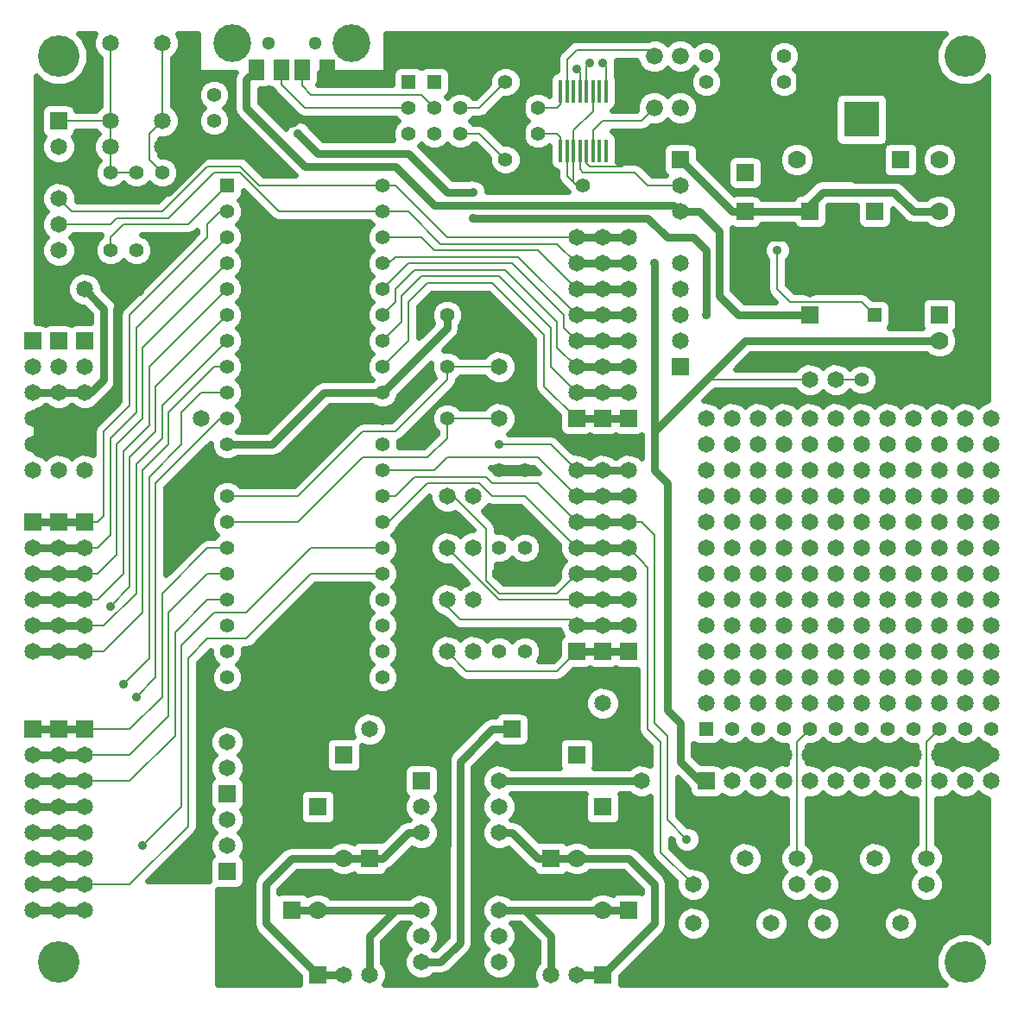
<source format=gtl>
G04 (created by PCBNEW (2013-07-07 BZR 4022)-stable) date Sun 20 Apr 2014 15:51:36 SAST*
%MOIN*%
G04 Gerber Fmt 3.4, Leading zero omitted, Abs format*
%FSLAX34Y34*%
G01*
G70*
G90*
G04 APERTURE LIST*
%ADD10C,0.00590551*%
%ADD11C,0.065*%
%ADD12R,0.065X0.065*%
%ADD13C,0.056*%
%ADD14R,0.1378X0.1378*%
%ADD15C,0.07*%
%ADD16R,0.07X0.07*%
%ADD17C,0.16*%
%ADD18R,0.055X0.055*%
%ADD19C,0.055*%
%ADD20R,0.06X0.0787402*%
%ADD21C,0.145669*%
%ADD22C,0.0511811*%
%ADD23R,0.016X0.085*%
%ADD24C,0.066*%
%ADD25C,0.035*%
%ADD26C,0.008*%
%ADD27C,0.03*%
%ADD28C,0.024*%
G04 APERTURE END LIST*
G54D10*
G54D11*
X50500Y-55000D03*
X50500Y-57000D03*
X53500Y-57000D03*
X53500Y-55000D03*
X55500Y-55000D03*
X55500Y-57000D03*
X58500Y-57000D03*
X58500Y-55000D03*
X30000Y-21000D03*
X28000Y-21000D03*
X28000Y-24000D03*
X30000Y-24000D03*
G54D12*
X26000Y-24000D03*
G54D11*
X26000Y-25000D03*
X26000Y-26000D03*
X26000Y-27000D03*
X26000Y-28000D03*
X26000Y-29000D03*
G54D12*
X50000Y-33500D03*
G54D11*
X50000Y-32500D03*
X50000Y-31500D03*
X50000Y-30500D03*
X50000Y-29500D03*
G54D12*
X32500Y-50000D03*
G54D11*
X32500Y-49000D03*
X32500Y-48000D03*
G54D12*
X32500Y-53000D03*
G54D11*
X32500Y-52000D03*
X32500Y-51000D03*
G54D12*
X47000Y-57000D03*
G54D11*
X46000Y-57000D03*
X45000Y-57000D03*
G54D12*
X36000Y-57000D03*
G54D11*
X37000Y-57000D03*
X38000Y-57000D03*
G54D12*
X50000Y-25500D03*
G54D11*
X50000Y-26500D03*
X50000Y-27500D03*
X54500Y-53500D03*
X50500Y-53500D03*
X59500Y-53500D03*
X55500Y-53500D03*
X41000Y-44500D03*
X42000Y-44500D03*
X55000Y-34000D03*
X56000Y-34000D03*
X41000Y-38500D03*
X42000Y-38500D03*
X41000Y-40500D03*
X42000Y-40500D03*
X41000Y-42500D03*
X42000Y-42500D03*
G54D13*
X41000Y-35500D03*
X41000Y-33500D03*
G54D12*
X40000Y-49500D03*
G54D11*
X40000Y-50500D03*
X40000Y-51500D03*
X40000Y-52500D03*
X40000Y-53500D03*
X40000Y-54500D03*
X40000Y-55500D03*
X40000Y-56500D03*
X43000Y-56500D03*
X43000Y-55500D03*
X43000Y-54500D03*
X43000Y-53500D03*
X43000Y-52500D03*
X43000Y-51500D03*
X43000Y-50500D03*
X43000Y-49500D03*
X27000Y-30500D03*
X29000Y-30500D03*
X28000Y-25000D03*
X30000Y-25000D03*
X47000Y-48500D03*
X47000Y-46500D03*
X31500Y-37500D03*
X31500Y-35500D03*
X59500Y-52500D03*
X57500Y-52500D03*
X54500Y-52500D03*
X52500Y-52500D03*
X38000Y-47500D03*
X36000Y-47500D03*
G54D12*
X48500Y-48500D03*
G54D11*
X48500Y-49500D03*
G54D12*
X43500Y-47500D03*
G54D11*
X43500Y-46500D03*
G54D12*
X52500Y-26000D03*
G54D11*
X52500Y-25000D03*
G54D12*
X57500Y-27500D03*
G54D11*
X57500Y-28500D03*
G54D12*
X55000Y-31500D03*
G54D11*
X55000Y-30500D03*
G54D12*
X55000Y-27500D03*
G54D11*
X55000Y-28500D03*
G54D12*
X52500Y-27500D03*
G54D11*
X52500Y-28500D03*
X44000Y-33500D03*
X43000Y-33500D03*
X44000Y-35500D03*
X43000Y-35500D03*
G54D14*
X57000Y-23941D03*
X57000Y-21579D03*
X55150Y-22760D03*
G54D11*
X26000Y-54500D03*
X26000Y-53500D03*
X26000Y-52500D03*
X26000Y-51500D03*
X26000Y-50500D03*
X26000Y-49500D03*
X26000Y-48500D03*
G54D12*
X26000Y-47500D03*
X26000Y-47500D03*
G54D11*
X26000Y-48500D03*
X26000Y-49500D03*
X26000Y-50500D03*
X26000Y-51500D03*
X26000Y-52500D03*
X26000Y-53500D03*
X26000Y-54500D03*
X27000Y-54500D03*
X27000Y-53500D03*
X27000Y-52500D03*
X27000Y-51500D03*
X27000Y-50500D03*
X27000Y-49500D03*
X27000Y-48500D03*
G54D12*
X27000Y-47500D03*
X25000Y-47500D03*
X27000Y-47500D03*
G54D11*
X25000Y-48500D03*
X27000Y-48500D03*
X25000Y-49500D03*
X27000Y-49500D03*
X25000Y-50500D03*
X27000Y-50500D03*
X25000Y-51500D03*
X27000Y-51500D03*
X25000Y-52500D03*
X27000Y-52500D03*
X25000Y-53500D03*
X27000Y-53500D03*
X25000Y-54500D03*
X27000Y-54500D03*
G54D12*
X51000Y-48500D03*
G54D11*
X52000Y-48500D03*
X53000Y-48500D03*
X54000Y-48500D03*
X55000Y-48500D03*
X56000Y-48500D03*
X57000Y-48500D03*
X58000Y-48500D03*
X59000Y-48500D03*
X60000Y-48500D03*
X61000Y-48500D03*
X62000Y-48500D03*
G54D12*
X51000Y-49500D03*
G54D11*
X52000Y-49500D03*
X53000Y-49500D03*
X54000Y-49500D03*
X55000Y-49500D03*
X56000Y-49500D03*
X57000Y-49500D03*
X58000Y-49500D03*
X59000Y-49500D03*
X60000Y-49500D03*
X61000Y-49500D03*
X62000Y-49500D03*
X47000Y-28500D03*
X47000Y-29500D03*
X47000Y-30500D03*
X47000Y-31500D03*
X47000Y-32500D03*
X47000Y-33500D03*
X47000Y-34500D03*
G54D12*
X47000Y-35500D03*
X47000Y-35500D03*
G54D11*
X47000Y-34500D03*
X47000Y-33500D03*
X47000Y-32500D03*
X47000Y-31500D03*
X47000Y-30500D03*
X47000Y-29500D03*
X47000Y-28500D03*
X46000Y-28500D03*
X46000Y-29500D03*
X46000Y-30500D03*
X46000Y-31500D03*
X46000Y-32500D03*
X46000Y-33500D03*
X46000Y-34500D03*
G54D12*
X46000Y-35500D03*
X48000Y-35500D03*
X46000Y-35500D03*
G54D11*
X48000Y-34500D03*
X46000Y-34500D03*
X48000Y-33500D03*
X46000Y-33500D03*
X48000Y-32500D03*
X46000Y-32500D03*
X48000Y-31500D03*
X46000Y-31500D03*
X48000Y-30500D03*
X46000Y-30500D03*
X48000Y-29500D03*
X46000Y-29500D03*
X48000Y-28500D03*
X46000Y-28500D03*
X47000Y-37500D03*
X47000Y-38500D03*
X47000Y-39500D03*
X47000Y-40500D03*
X47000Y-41500D03*
X47000Y-42500D03*
X47000Y-43500D03*
G54D12*
X47000Y-44500D03*
X47000Y-44500D03*
G54D11*
X47000Y-43500D03*
X47000Y-42500D03*
X47000Y-41500D03*
X47000Y-40500D03*
X47000Y-39500D03*
X47000Y-38500D03*
X47000Y-37500D03*
X46000Y-37500D03*
X46000Y-38500D03*
X46000Y-39500D03*
X46000Y-40500D03*
X46000Y-41500D03*
X46000Y-42500D03*
X46000Y-43500D03*
G54D12*
X46000Y-44500D03*
X48000Y-44500D03*
X46000Y-44500D03*
G54D11*
X48000Y-43500D03*
X46000Y-43500D03*
X48000Y-42500D03*
X46000Y-42500D03*
X48000Y-41500D03*
X46000Y-41500D03*
X48000Y-40500D03*
X46000Y-40500D03*
X48000Y-39500D03*
X46000Y-39500D03*
X48000Y-38500D03*
X46000Y-38500D03*
X48000Y-37500D03*
X46000Y-37500D03*
G54D12*
X26000Y-32500D03*
G54D11*
X26000Y-33500D03*
X26000Y-34500D03*
X26000Y-35500D03*
X26000Y-36500D03*
X26000Y-37500D03*
X27000Y-37500D03*
X27000Y-36500D03*
X27000Y-35500D03*
X27000Y-34500D03*
X27000Y-33500D03*
G54D12*
X27000Y-32500D03*
X25000Y-32500D03*
X27000Y-32500D03*
G54D11*
X25000Y-33500D03*
X27000Y-33500D03*
X25000Y-34500D03*
X27000Y-34500D03*
X25000Y-35500D03*
X27000Y-35500D03*
X25000Y-36500D03*
X27000Y-36500D03*
X25000Y-37500D03*
X27000Y-37500D03*
G54D12*
X26000Y-39500D03*
G54D11*
X26000Y-40500D03*
X26000Y-41500D03*
X26000Y-42500D03*
X26000Y-43500D03*
X26000Y-44500D03*
X27000Y-44500D03*
X27000Y-43500D03*
X27000Y-42500D03*
X27000Y-41500D03*
X27000Y-40500D03*
G54D12*
X27000Y-39500D03*
X25000Y-39500D03*
X27000Y-39500D03*
G54D11*
X25000Y-40500D03*
X27000Y-40500D03*
X25000Y-41500D03*
X27000Y-41500D03*
X25000Y-42500D03*
X27000Y-42500D03*
X25000Y-43500D03*
X27000Y-43500D03*
X25000Y-44500D03*
X27000Y-44500D03*
G54D15*
X60000Y-25500D03*
G54D16*
X60000Y-26500D03*
G54D15*
X60000Y-27500D03*
X38000Y-48500D03*
G54D16*
X38000Y-52500D03*
G54D15*
X48000Y-50500D03*
G54D16*
X48000Y-54500D03*
G54D15*
X45000Y-48500D03*
G54D16*
X45000Y-52500D03*
G54D15*
X47000Y-54500D03*
G54D16*
X47000Y-50500D03*
G54D15*
X46000Y-52500D03*
G54D16*
X46000Y-48500D03*
G54D15*
X35000Y-50500D03*
G54D16*
X35000Y-54500D03*
G54D15*
X36000Y-54500D03*
G54D16*
X36000Y-50500D03*
G54D15*
X37000Y-52500D03*
G54D16*
X37000Y-48500D03*
G54D15*
X54500Y-25500D03*
G54D16*
X58500Y-25500D03*
G54D12*
X44000Y-34500D03*
G54D17*
X26000Y-21500D03*
X61000Y-21500D03*
X26000Y-56500D03*
X61000Y-56500D03*
G54D18*
X32500Y-26500D03*
G54D19*
X32500Y-27500D03*
X32500Y-28500D03*
X32500Y-29500D03*
X32500Y-30500D03*
X32500Y-31500D03*
X32500Y-32500D03*
X32500Y-33500D03*
X32500Y-34500D03*
X32500Y-35500D03*
X32500Y-36500D03*
X32500Y-37500D03*
X32500Y-38500D03*
X32500Y-39500D03*
X32500Y-40500D03*
X32500Y-41500D03*
X32500Y-42500D03*
X32500Y-43500D03*
X32500Y-44500D03*
X32500Y-45500D03*
X38500Y-45500D03*
X38500Y-44500D03*
X38500Y-43500D03*
X38500Y-42500D03*
X38500Y-41500D03*
X38500Y-40500D03*
X38500Y-39500D03*
X38500Y-38500D03*
X38500Y-37500D03*
X38500Y-36500D03*
X38500Y-35500D03*
X38500Y-34500D03*
X38500Y-33500D03*
X38500Y-32500D03*
X38500Y-31500D03*
X38500Y-30500D03*
X38500Y-29500D03*
X38500Y-28500D03*
X38500Y-27500D03*
X38500Y-26500D03*
G54D20*
X33622Y-22023D03*
X34606Y-22023D03*
X35393Y-22023D03*
X36377Y-22023D03*
G54D21*
X37303Y-21000D03*
X32696Y-21000D03*
G54D22*
X35885Y-21000D03*
X34114Y-21000D03*
G54D19*
X43000Y-44500D03*
X43000Y-41500D03*
X44000Y-40500D03*
X44000Y-37500D03*
X43000Y-40500D03*
X43000Y-37500D03*
X44000Y-44500D03*
X44000Y-41500D03*
X29000Y-26000D03*
X29000Y-29000D03*
X30000Y-29000D03*
X30000Y-26000D03*
X28000Y-26000D03*
X28000Y-29000D03*
X57000Y-34000D03*
X60000Y-34000D03*
G54D23*
X46375Y-22850D03*
X46125Y-22850D03*
X45875Y-22850D03*
X45625Y-22850D03*
X47125Y-25150D03*
X47125Y-22850D03*
X46875Y-22850D03*
X46625Y-22850D03*
X45375Y-25150D03*
X45625Y-25150D03*
X45875Y-25150D03*
X46125Y-25150D03*
X46375Y-25150D03*
X46625Y-25150D03*
X45375Y-22850D03*
X46875Y-25150D03*
G54D18*
X40500Y-22500D03*
G54D19*
X40500Y-23500D03*
X40500Y-24500D03*
G54D18*
X39500Y-22500D03*
G54D19*
X39500Y-23500D03*
X39500Y-24500D03*
X54000Y-21500D03*
X51000Y-21500D03*
X54000Y-22500D03*
X51000Y-22500D03*
G54D24*
X50000Y-23500D03*
X49000Y-23500D03*
X50000Y-21500D03*
X49000Y-21500D03*
G54D19*
X46250Y-26500D03*
X44250Y-26500D03*
G54D11*
X57000Y-46500D03*
X57000Y-45500D03*
X57000Y-44500D03*
X57000Y-43500D03*
X57000Y-42500D03*
X57000Y-41500D03*
X57000Y-40500D03*
X57000Y-39500D03*
X57000Y-38500D03*
X57000Y-37500D03*
X57000Y-36500D03*
X57000Y-35500D03*
X58000Y-46500D03*
X58000Y-45500D03*
X58000Y-44500D03*
X58000Y-43500D03*
X58000Y-42500D03*
X58000Y-41500D03*
X58000Y-40500D03*
X58000Y-39500D03*
X58000Y-38500D03*
X58000Y-37500D03*
X58000Y-36500D03*
X58000Y-35500D03*
X62000Y-46500D03*
X62000Y-45500D03*
X62000Y-44500D03*
X62000Y-43500D03*
X62000Y-42500D03*
X62000Y-41500D03*
X62000Y-40500D03*
X62000Y-39500D03*
X62000Y-38500D03*
X62000Y-37500D03*
X62000Y-36500D03*
X62000Y-35500D03*
X59000Y-46500D03*
X59000Y-45500D03*
X59000Y-44500D03*
X59000Y-43500D03*
X59000Y-42500D03*
X59000Y-41500D03*
X59000Y-40500D03*
X59000Y-39500D03*
X59000Y-38500D03*
X59000Y-37500D03*
X59000Y-36500D03*
X59000Y-35500D03*
X60000Y-46500D03*
X60000Y-45500D03*
X60000Y-44500D03*
X60000Y-43500D03*
X60000Y-42500D03*
X60000Y-41500D03*
X60000Y-40500D03*
X60000Y-39500D03*
X60000Y-38500D03*
X60000Y-37500D03*
X60000Y-36500D03*
X60000Y-35500D03*
X61000Y-46500D03*
X61000Y-45500D03*
X61000Y-44500D03*
X61000Y-43500D03*
X61000Y-42500D03*
X61000Y-41500D03*
X61000Y-40500D03*
X61000Y-39500D03*
X61000Y-38500D03*
X61000Y-37500D03*
X61000Y-36500D03*
X61000Y-35500D03*
X51000Y-46500D03*
X51000Y-45500D03*
X51000Y-44500D03*
X51000Y-43500D03*
X51000Y-42500D03*
X51000Y-41500D03*
X51000Y-40500D03*
X51000Y-39500D03*
X51000Y-38500D03*
X51000Y-37500D03*
X51000Y-36500D03*
X51000Y-35500D03*
X52000Y-46500D03*
X52000Y-45500D03*
X52000Y-44500D03*
X52000Y-43500D03*
X52000Y-42500D03*
X52000Y-41500D03*
X52000Y-40500D03*
X52000Y-39500D03*
X52000Y-38500D03*
X52000Y-37500D03*
X52000Y-36500D03*
X52000Y-35500D03*
X56000Y-46500D03*
X56000Y-45500D03*
X56000Y-44500D03*
X56000Y-43500D03*
X56000Y-42500D03*
X56000Y-41500D03*
X56000Y-40500D03*
X56000Y-39500D03*
X56000Y-38500D03*
X56000Y-37500D03*
X56000Y-36500D03*
X56000Y-35500D03*
X54000Y-46500D03*
X54000Y-45500D03*
X54000Y-44500D03*
X54000Y-43500D03*
X54000Y-42500D03*
X54000Y-41500D03*
X54000Y-40500D03*
X54000Y-39500D03*
X54000Y-38500D03*
X54000Y-37500D03*
X54000Y-36500D03*
X54000Y-35500D03*
X55000Y-46500D03*
X55000Y-45500D03*
X55000Y-44500D03*
X55000Y-43500D03*
X55000Y-42500D03*
X55000Y-41500D03*
X55000Y-40500D03*
X55000Y-39500D03*
X55000Y-38500D03*
X55000Y-37500D03*
X55000Y-36500D03*
X55000Y-35500D03*
X53000Y-46500D03*
X53000Y-45500D03*
X53000Y-44500D03*
X53000Y-43500D03*
X53000Y-42500D03*
X53000Y-41500D03*
X53000Y-40500D03*
X53000Y-39500D03*
X53000Y-38500D03*
X53000Y-37500D03*
X53000Y-36500D03*
X53000Y-35500D03*
G54D19*
X41500Y-23500D03*
X44500Y-23500D03*
X41500Y-24500D03*
X44500Y-24500D03*
X43250Y-25500D03*
X44250Y-25500D03*
X43250Y-22500D03*
X44250Y-22500D03*
G54D18*
X51000Y-47500D03*
G54D19*
X52000Y-47500D03*
X53000Y-47500D03*
X54000Y-47500D03*
X55000Y-47500D03*
X56000Y-47500D03*
X57000Y-47500D03*
X58000Y-47500D03*
X59000Y-47500D03*
X60000Y-47500D03*
X61000Y-47500D03*
X62000Y-47500D03*
X32000Y-24000D03*
X35000Y-24000D03*
X41000Y-31500D03*
X43000Y-31500D03*
X32000Y-23000D03*
X34000Y-23000D03*
G54D15*
X60000Y-30500D03*
G54D16*
X60000Y-31500D03*
G54D15*
X60000Y-32500D03*
G54D18*
X57500Y-31500D03*
G54D19*
X57500Y-30500D03*
G54D25*
X28000Y-42750D03*
X28500Y-45750D03*
X29000Y-46250D03*
X46500Y-21750D03*
X29250Y-52000D03*
X47000Y-21750D03*
X50250Y-51750D03*
X43000Y-36500D03*
X34250Y-31750D03*
X35000Y-44000D03*
X31500Y-47000D03*
X34250Y-37500D03*
X33500Y-25000D03*
X46000Y-22000D03*
X53750Y-29000D03*
X51000Y-31500D03*
X42000Y-27750D03*
X35250Y-24500D03*
X42000Y-26750D03*
X49000Y-29500D03*
G54D26*
X27750Y-39250D02*
X27750Y-36000D01*
X27000Y-39500D02*
X27500Y-39500D01*
X27500Y-39500D02*
X27750Y-39250D01*
X32250Y-27500D02*
X32500Y-27500D01*
X31750Y-28000D02*
X32250Y-27500D01*
X31750Y-28500D02*
X31750Y-28000D01*
X28750Y-31500D02*
X31750Y-28500D01*
X28750Y-35000D02*
X28750Y-31500D01*
X27750Y-36000D02*
X28750Y-35000D01*
G54D27*
X25000Y-39500D02*
X26000Y-39500D01*
X26000Y-39500D02*
X27000Y-39500D01*
G54D26*
X28000Y-40000D02*
X28000Y-36250D01*
X27000Y-40500D02*
X27500Y-40500D01*
X28000Y-40000D02*
X27500Y-40500D01*
X29000Y-32000D02*
X32500Y-28500D01*
X29000Y-35250D02*
X29000Y-32000D01*
X28000Y-36250D02*
X29000Y-35250D01*
G54D27*
X27000Y-40500D02*
X26000Y-40500D01*
X26000Y-40500D02*
X25000Y-40500D01*
G54D26*
X28250Y-39500D02*
X28250Y-36500D01*
X27500Y-41500D02*
X28250Y-40750D01*
X28250Y-40750D02*
X28250Y-39500D01*
X27000Y-41500D02*
X27500Y-41500D01*
X29250Y-32750D02*
X32500Y-29500D01*
X29250Y-35500D02*
X29250Y-32750D01*
X28250Y-36500D02*
X29250Y-35500D01*
G54D27*
X25000Y-41500D02*
X26000Y-41500D01*
X26000Y-41500D02*
X27000Y-41500D01*
G54D26*
X28500Y-41500D02*
X28500Y-36750D01*
X27000Y-42500D02*
X27500Y-42500D01*
X28500Y-41500D02*
X27500Y-42500D01*
X29500Y-33500D02*
X32500Y-30500D01*
X29500Y-35750D02*
X29500Y-33500D01*
X28500Y-36750D02*
X29500Y-35750D01*
G54D27*
X27000Y-42500D02*
X26000Y-42500D01*
X26000Y-42500D02*
X25000Y-42500D01*
G54D26*
X29000Y-42250D02*
X29000Y-37250D01*
X27750Y-43500D02*
X29000Y-42250D01*
X27000Y-43500D02*
X27500Y-43500D01*
X27500Y-43500D02*
X27750Y-43500D01*
X30000Y-35000D02*
X32500Y-32500D01*
X30000Y-36250D02*
X30000Y-35000D01*
X29000Y-37250D02*
X30000Y-36250D01*
G54D27*
X25000Y-43500D02*
X26000Y-43500D01*
X26000Y-43500D02*
X27000Y-43500D01*
G54D26*
X29250Y-43000D02*
X29250Y-37500D01*
X29250Y-43000D02*
X27750Y-44500D01*
X27000Y-44500D02*
X27750Y-44500D01*
X32000Y-33500D02*
X32500Y-33500D01*
X30250Y-35250D02*
X32000Y-33500D01*
X30250Y-36500D02*
X30250Y-35250D01*
X29250Y-37500D02*
X30250Y-36500D01*
G54D27*
X27000Y-44500D02*
X26000Y-44500D01*
X26000Y-44500D02*
X25000Y-44500D01*
G54D26*
X46625Y-25150D02*
X46625Y-24375D01*
X48500Y-24000D02*
X49000Y-23500D01*
X47000Y-24000D02*
X48500Y-24000D01*
X46625Y-24375D02*
X47000Y-24000D01*
X45625Y-22850D02*
X45625Y-21625D01*
X48750Y-21250D02*
X49000Y-21500D01*
X45625Y-21625D02*
X46000Y-21250D01*
X46000Y-21250D02*
X48750Y-21250D01*
G54D27*
X25000Y-47500D02*
X26000Y-47500D01*
X26000Y-47500D02*
X27000Y-47500D01*
G54D26*
X30000Y-45000D02*
X30000Y-46250D01*
X31750Y-40500D02*
X30000Y-42250D01*
X30000Y-42250D02*
X30000Y-45000D01*
X32500Y-40500D02*
X31750Y-40500D01*
X28750Y-47500D02*
X27000Y-47500D01*
X30000Y-46250D02*
X28750Y-47500D01*
G54D27*
X27000Y-48500D02*
X26000Y-48500D01*
X26000Y-48500D02*
X25000Y-48500D01*
G54D26*
X30250Y-45000D02*
X30250Y-47000D01*
X31750Y-41500D02*
X30250Y-43000D01*
X30250Y-43000D02*
X30250Y-45000D01*
X32500Y-41500D02*
X31750Y-41500D01*
X28750Y-48500D02*
X27000Y-48500D01*
X30250Y-47000D02*
X28750Y-48500D01*
G54D27*
X25000Y-49500D02*
X26000Y-49500D01*
X26000Y-49500D02*
X27000Y-49500D01*
G54D26*
X27000Y-49500D02*
X28750Y-49500D01*
X31750Y-42500D02*
X32500Y-42500D01*
X30500Y-43750D02*
X30500Y-44750D01*
X31750Y-42500D02*
X30500Y-43750D01*
X30500Y-46250D02*
X30500Y-44750D01*
X30500Y-47750D02*
X30500Y-46250D01*
X28750Y-49500D02*
X30500Y-47750D01*
X28750Y-42000D02*
X28750Y-37000D01*
X28750Y-42000D02*
X28000Y-42750D01*
X29750Y-34250D02*
X32500Y-31500D01*
X29750Y-36000D02*
X29750Y-34250D01*
X28750Y-37000D02*
X29750Y-36000D01*
G54D27*
X27000Y-50500D02*
X26000Y-50500D01*
X26000Y-50500D02*
X25000Y-50500D01*
G54D26*
X29500Y-43000D02*
X29500Y-37750D01*
X29500Y-43500D02*
X29500Y-43000D01*
X29500Y-44750D02*
X29500Y-43500D01*
X28500Y-45750D02*
X29500Y-44750D01*
X31500Y-34500D02*
X32500Y-34500D01*
X30750Y-35250D02*
X31500Y-34500D01*
X30750Y-36500D02*
X30750Y-35250D01*
X29500Y-37750D02*
X30750Y-36500D01*
G54D27*
X25000Y-51500D02*
X26000Y-51500D01*
X26000Y-51500D02*
X27000Y-51500D01*
X27000Y-52500D02*
X26000Y-52500D01*
X26000Y-52500D02*
X25000Y-52500D01*
G54D26*
X29750Y-45000D02*
X29750Y-45500D01*
X32500Y-35500D02*
X32250Y-35500D01*
X29750Y-38000D02*
X29750Y-42000D01*
X32250Y-35500D02*
X29750Y-38000D01*
X29750Y-45000D02*
X29750Y-42000D01*
X29750Y-45500D02*
X29000Y-46250D01*
G54D27*
X25000Y-53500D02*
X26000Y-53500D01*
X26000Y-53500D02*
X27000Y-53500D01*
G54D26*
X27000Y-53500D02*
X28750Y-53500D01*
X35750Y-41500D02*
X33250Y-44000D01*
X33250Y-44000D02*
X31750Y-44000D01*
X31750Y-44000D02*
X31000Y-44750D01*
X31000Y-44750D02*
X31000Y-46750D01*
X35750Y-41500D02*
X38500Y-41500D01*
X31000Y-51250D02*
X31000Y-46750D01*
X28750Y-53500D02*
X31000Y-51250D01*
X46375Y-22850D02*
X46375Y-21875D01*
X46375Y-21875D02*
X46500Y-21750D01*
G54D27*
X27000Y-54500D02*
X26000Y-54500D01*
X26000Y-54500D02*
X25000Y-54500D01*
G54D26*
X30750Y-46750D02*
X30750Y-50500D01*
X35750Y-40500D02*
X33250Y-43000D01*
X33250Y-43000D02*
X32000Y-43000D01*
X32000Y-43000D02*
X30750Y-44250D01*
X30750Y-44250D02*
X30750Y-46750D01*
X38500Y-40500D02*
X35750Y-40500D01*
X30750Y-50500D02*
X29250Y-52000D01*
X47125Y-22125D02*
X47125Y-22850D01*
X47125Y-21875D02*
X47125Y-22125D01*
X47000Y-21750D02*
X47125Y-21875D01*
X41000Y-33500D02*
X43000Y-33500D01*
X32500Y-38500D02*
X35250Y-38500D01*
X41000Y-34000D02*
X41000Y-33500D01*
X39000Y-36000D02*
X41000Y-34000D01*
X37750Y-36000D02*
X39000Y-36000D01*
X35250Y-38500D02*
X37750Y-36000D01*
X41000Y-35500D02*
X43000Y-35500D01*
X32500Y-39500D02*
X35250Y-39500D01*
X41000Y-36250D02*
X41000Y-35500D01*
X40250Y-37000D02*
X41000Y-36250D01*
X37750Y-37000D02*
X40250Y-37000D01*
X35250Y-39500D02*
X37750Y-37000D01*
G54D27*
X46000Y-35500D02*
X47000Y-35500D01*
X47000Y-35500D02*
X48000Y-35500D01*
G54D26*
X38500Y-33500D02*
X39500Y-32500D01*
X44750Y-34250D02*
X46000Y-35500D01*
X44750Y-32250D02*
X44750Y-34250D01*
X42750Y-30250D02*
X44750Y-32250D01*
X40250Y-30250D02*
X42750Y-30250D01*
X39500Y-31000D02*
X40250Y-30250D01*
X39500Y-32500D02*
X39500Y-31000D01*
G54D27*
X48000Y-34500D02*
X47000Y-34500D01*
X47000Y-34500D02*
X46000Y-34500D01*
G54D26*
X45000Y-33000D02*
X45000Y-33500D01*
X39250Y-31750D02*
X39250Y-30750D01*
X39250Y-30750D02*
X40000Y-30000D01*
X40000Y-30000D02*
X43000Y-30000D01*
X43000Y-30000D02*
X45000Y-32000D01*
X45000Y-32000D02*
X45000Y-33000D01*
X46000Y-34500D02*
X45500Y-34000D01*
X39250Y-31750D02*
X38500Y-32500D01*
X45000Y-33500D02*
X45500Y-34000D01*
G54D27*
X48000Y-33500D02*
X47000Y-33500D01*
X46000Y-33500D02*
X47000Y-33500D01*
G54D26*
X46000Y-33500D02*
X45250Y-32750D01*
X39000Y-31000D02*
X38500Y-31500D01*
X39000Y-30500D02*
X39000Y-31000D01*
X39750Y-29750D02*
X39000Y-30500D01*
X43250Y-29750D02*
X39750Y-29750D01*
X45250Y-31750D02*
X43250Y-29750D01*
X45250Y-32750D02*
X45250Y-31750D01*
G54D27*
X46000Y-32500D02*
X47000Y-32500D01*
X47000Y-32500D02*
X48000Y-32500D01*
G54D26*
X38500Y-30500D02*
X39500Y-29500D01*
X45500Y-32000D02*
X46000Y-32500D01*
X45500Y-31500D02*
X45500Y-32000D01*
X43500Y-29500D02*
X45500Y-31500D01*
X39500Y-29500D02*
X43500Y-29500D01*
G54D27*
X48000Y-31500D02*
X47000Y-31500D01*
X47000Y-31500D02*
X46000Y-31500D01*
G54D26*
X46000Y-31500D02*
X43750Y-29250D01*
X38750Y-29500D02*
X38500Y-29500D01*
X39000Y-29250D02*
X38750Y-29500D01*
X43750Y-29250D02*
X39000Y-29250D01*
G54D27*
X46000Y-30500D02*
X47000Y-30500D01*
X47000Y-30500D02*
X48000Y-30500D01*
G54D26*
X38500Y-28500D02*
X40000Y-28500D01*
X44500Y-29000D02*
X46000Y-30500D01*
X40500Y-29000D02*
X44500Y-29000D01*
X40000Y-28500D02*
X40500Y-29000D01*
G54D27*
X48000Y-29500D02*
X47000Y-29500D01*
X47000Y-29500D02*
X46000Y-29500D01*
G54D26*
X26000Y-28000D02*
X28000Y-28000D01*
X34500Y-27500D02*
X38500Y-27500D01*
X33000Y-26000D02*
X34500Y-27500D01*
X32000Y-26000D02*
X33000Y-26000D01*
X30250Y-27750D02*
X32000Y-26000D01*
X28250Y-27750D02*
X30250Y-27750D01*
X28000Y-28000D02*
X28250Y-27750D01*
X38500Y-27500D02*
X39500Y-27500D01*
X45250Y-28750D02*
X46000Y-29500D01*
X40750Y-28750D02*
X45250Y-28750D01*
X39500Y-27500D02*
X40750Y-28750D01*
G54D27*
X46000Y-28500D02*
X47000Y-28500D01*
X47000Y-28500D02*
X48000Y-28500D01*
G54D26*
X38500Y-26500D02*
X33750Y-26500D01*
X26500Y-27500D02*
X26000Y-27000D01*
X30000Y-27500D02*
X26500Y-27500D01*
X31750Y-25750D02*
X30000Y-27500D01*
X33000Y-25750D02*
X31750Y-25750D01*
X33750Y-26500D02*
X33000Y-25750D01*
X38500Y-26500D02*
X39000Y-26500D01*
X41000Y-28500D02*
X46000Y-28500D01*
X39000Y-26500D02*
X41000Y-28500D01*
G54D27*
X48000Y-44500D02*
X47000Y-44500D01*
X47000Y-44500D02*
X46000Y-44500D01*
G54D26*
X41000Y-44500D02*
X41750Y-45250D01*
X45250Y-45250D02*
X46000Y-44500D01*
X41750Y-45250D02*
X45250Y-45250D01*
G54D27*
X46000Y-43500D02*
X47000Y-43500D01*
X47000Y-43500D02*
X48000Y-43500D01*
G54D26*
X41000Y-42500D02*
X41000Y-42750D01*
X45750Y-43250D02*
X46000Y-43500D01*
X41500Y-43250D02*
X45750Y-43250D01*
X41000Y-42750D02*
X41500Y-43250D01*
G54D27*
X46000Y-42500D02*
X47000Y-42500D01*
X47000Y-42500D02*
X48000Y-42500D01*
G54D26*
X41000Y-40500D02*
X43000Y-42500D01*
X43000Y-42500D02*
X46000Y-42500D01*
G54D27*
X46000Y-41500D02*
X47000Y-41500D01*
X48000Y-41500D02*
X47000Y-41500D01*
G54D26*
X41000Y-38500D02*
X41250Y-38500D01*
X45250Y-42250D02*
X46000Y-41500D01*
X43000Y-42250D02*
X45250Y-42250D01*
X42500Y-41750D02*
X43000Y-42250D01*
X42500Y-39750D02*
X42500Y-41750D01*
X41250Y-38500D02*
X42500Y-39750D01*
X48750Y-46000D02*
X48750Y-47500D01*
X48500Y-41000D02*
X48750Y-41250D01*
X48750Y-41250D02*
X48750Y-46000D01*
X48000Y-40500D02*
X48500Y-41000D01*
X49250Y-52250D02*
X50500Y-53500D01*
X49250Y-48000D02*
X49250Y-52250D01*
X48750Y-47500D02*
X49250Y-48000D01*
G54D27*
X46000Y-40500D02*
X47000Y-40500D01*
X47000Y-40500D02*
X48000Y-40500D01*
G54D26*
X38500Y-39500D02*
X38750Y-39500D01*
X44000Y-38500D02*
X46000Y-40500D01*
X42750Y-38500D02*
X44000Y-38500D01*
X42250Y-38000D02*
X42750Y-38500D01*
X40250Y-38000D02*
X42250Y-38000D01*
X38750Y-39500D02*
X40250Y-38000D01*
X48500Y-39500D02*
X49000Y-40000D01*
X49000Y-40000D02*
X49000Y-45750D01*
X48500Y-39500D02*
X48000Y-39500D01*
X49500Y-51000D02*
X50250Y-51750D01*
X49500Y-47750D02*
X49500Y-51000D01*
X49000Y-47250D02*
X49500Y-47750D01*
X49000Y-45750D02*
X49000Y-47250D01*
G54D27*
X48000Y-39500D02*
X47000Y-39500D01*
X47000Y-39500D02*
X46000Y-39500D01*
G54D26*
X38500Y-38500D02*
X39000Y-38500D01*
X44500Y-38000D02*
X46000Y-39500D01*
X42750Y-38000D02*
X44500Y-38000D01*
X42500Y-37750D02*
X42750Y-38000D01*
X39750Y-37750D02*
X42500Y-37750D01*
X39000Y-38500D02*
X39750Y-37750D01*
G54D27*
X48000Y-38500D02*
X47000Y-38500D01*
X47000Y-38500D02*
X46000Y-38500D01*
G54D26*
X38500Y-37500D02*
X40500Y-37500D01*
X44500Y-37000D02*
X46000Y-38500D01*
X41000Y-37000D02*
X44500Y-37000D01*
X40500Y-37500D02*
X41000Y-37000D01*
G54D27*
X46000Y-37500D02*
X47000Y-37500D01*
X47000Y-37500D02*
X48000Y-37500D01*
G54D26*
X45000Y-36500D02*
X46000Y-37500D01*
X43000Y-36500D02*
X45000Y-36500D01*
X41500Y-23500D02*
X42250Y-23500D01*
X42250Y-23500D02*
X43250Y-22500D01*
X41500Y-24500D02*
X42250Y-24500D01*
X42250Y-24500D02*
X43250Y-25500D01*
X46250Y-26500D02*
X46000Y-26500D01*
X46000Y-26500D02*
X45625Y-26125D01*
X45625Y-26125D02*
X45625Y-25150D01*
X45875Y-26375D02*
X45875Y-25150D01*
X46000Y-26500D02*
X45875Y-26375D01*
X45875Y-25150D02*
X45875Y-24375D01*
X46625Y-23625D02*
X46625Y-22850D01*
X45875Y-24375D02*
X46625Y-23625D01*
X45625Y-25150D02*
X45625Y-25875D01*
X28000Y-29000D02*
X28000Y-28500D01*
X31000Y-28000D02*
X32500Y-26500D01*
X28500Y-28000D02*
X31000Y-28000D01*
X28000Y-28500D02*
X28500Y-28000D01*
X29000Y-26000D02*
X28000Y-26000D01*
X28000Y-26000D02*
X28000Y-25000D01*
X28000Y-25000D02*
X28000Y-24000D01*
X28000Y-24000D02*
X28000Y-21000D01*
X26000Y-24000D02*
X28000Y-24000D01*
G54D27*
X28250Y-34750D02*
X28250Y-31250D01*
X27000Y-35500D02*
X27500Y-35500D01*
X28250Y-31250D02*
X29000Y-30500D01*
X27500Y-35500D02*
X28250Y-34750D01*
X36000Y-47500D02*
X36000Y-45000D01*
X36000Y-45000D02*
X35000Y-44000D01*
X36000Y-47500D02*
X34000Y-47500D01*
X33500Y-47000D02*
X31500Y-47000D01*
X34000Y-47500D02*
X33500Y-47000D01*
X33500Y-25000D02*
X32000Y-25000D01*
X45000Y-48500D02*
X45000Y-47750D01*
X43750Y-46500D02*
X43500Y-46500D01*
X45000Y-47750D02*
X43750Y-46500D01*
X47000Y-48500D02*
X47000Y-47750D01*
X47000Y-47750D02*
X45750Y-46500D01*
X45750Y-46500D02*
X43500Y-46500D01*
G54D26*
X47750Y-25750D02*
X49000Y-24500D01*
X46375Y-25625D02*
X46500Y-25750D01*
X46500Y-25750D02*
X47750Y-25750D01*
X46375Y-25150D02*
X46375Y-25625D01*
X52000Y-24500D02*
X52500Y-25000D01*
X49000Y-24500D02*
X52000Y-24500D01*
G54D27*
X32000Y-25000D02*
X30000Y-25000D01*
X26500Y-26000D02*
X27250Y-26750D01*
X26000Y-26000D02*
X26500Y-26000D01*
X30250Y-26750D02*
X32000Y-25000D01*
X27250Y-26750D02*
X30250Y-26750D01*
X32500Y-37500D02*
X34250Y-37500D01*
X36250Y-35500D02*
X38500Y-35500D01*
X34250Y-37500D02*
X36250Y-35500D01*
X57500Y-30500D02*
X60000Y-30500D01*
G54D26*
X60000Y-34000D02*
X60250Y-34000D01*
X60250Y-34000D02*
X61000Y-33250D01*
X61000Y-33250D02*
X61000Y-31000D01*
X61000Y-31000D02*
X60500Y-30500D01*
X60500Y-30500D02*
X60000Y-30500D01*
G54D27*
X60000Y-26500D02*
X59250Y-26500D01*
X55000Y-24500D02*
X53410Y-24500D01*
X56750Y-26250D02*
X55000Y-24500D01*
X59000Y-26250D02*
X56750Y-26250D01*
X59250Y-26500D02*
X59000Y-26250D01*
X55150Y-22760D02*
X55819Y-22760D01*
X55819Y-22760D02*
X57000Y-21579D01*
X52500Y-25000D02*
X52910Y-25000D01*
X52910Y-25000D02*
X53410Y-24500D01*
X53410Y-24500D02*
X55150Y-22760D01*
X57500Y-28500D02*
X57500Y-30500D01*
X55000Y-30500D02*
X55000Y-28500D01*
X55000Y-28500D02*
X52500Y-28500D01*
X57500Y-28500D02*
X55000Y-28500D01*
X35500Y-49500D02*
X36000Y-49000D01*
X36000Y-49000D02*
X36000Y-47500D01*
G54D26*
X44250Y-22500D02*
X44000Y-22750D01*
X44000Y-22750D02*
X44000Y-25250D01*
X44000Y-25250D02*
X44250Y-25500D01*
X46125Y-22125D02*
X46125Y-22850D01*
X46125Y-22125D02*
X46000Y-22000D01*
G54D27*
X35000Y-50500D02*
X35000Y-50000D01*
X38000Y-49000D02*
X38000Y-48500D01*
X37500Y-49500D02*
X38000Y-49000D01*
X35500Y-49500D02*
X37500Y-49500D01*
X35000Y-50000D02*
X35500Y-49500D01*
X41000Y-48250D02*
X38250Y-48250D01*
X38250Y-48250D02*
X38000Y-48500D01*
X40000Y-52500D02*
X40500Y-52500D01*
X42750Y-46500D02*
X43500Y-46500D01*
X41000Y-48250D02*
X42750Y-46500D01*
X41000Y-52000D02*
X41000Y-48250D01*
X40500Y-52500D02*
X41000Y-52000D01*
G54D26*
X56000Y-34000D02*
X57000Y-34000D01*
G54D27*
X55000Y-27500D02*
X55000Y-27250D01*
X59000Y-27500D02*
X60000Y-27500D01*
X58250Y-26750D02*
X59000Y-27500D01*
X55500Y-26750D02*
X58250Y-26750D01*
X55000Y-27250D02*
X55500Y-26750D01*
X50000Y-25500D02*
X52000Y-27500D01*
X52000Y-27500D02*
X52500Y-27500D01*
X52500Y-27500D02*
X55000Y-27500D01*
X44000Y-54500D02*
X47000Y-54500D01*
X47000Y-54500D02*
X48000Y-54500D01*
X43000Y-54500D02*
X44000Y-54500D01*
X45000Y-55500D02*
X45000Y-57000D01*
X44000Y-54500D02*
X45000Y-55500D01*
X46000Y-57000D02*
X47000Y-57000D01*
X47000Y-57000D02*
X49000Y-55000D01*
X49000Y-55000D02*
X49000Y-53500D01*
X49000Y-53500D02*
X48000Y-52500D01*
X48000Y-52500D02*
X46000Y-52500D01*
X45000Y-52500D02*
X46000Y-52500D01*
X43000Y-51500D02*
X43500Y-51500D01*
X44500Y-52500D02*
X45000Y-52500D01*
X43500Y-51500D02*
X44500Y-52500D01*
X38000Y-52500D02*
X38500Y-52500D01*
X39500Y-51500D02*
X40000Y-51500D01*
X38500Y-52500D02*
X39500Y-51500D01*
X37000Y-52500D02*
X38000Y-52500D01*
X37000Y-57000D02*
X36000Y-57000D01*
X36000Y-57000D02*
X34000Y-55000D01*
X34000Y-55000D02*
X34000Y-53500D01*
X34000Y-53500D02*
X35000Y-52500D01*
X35000Y-52500D02*
X37000Y-52500D01*
X36000Y-54500D02*
X39000Y-54500D01*
X38000Y-57000D02*
X38000Y-55500D01*
X38000Y-55500D02*
X39000Y-54500D01*
X39000Y-54500D02*
X40000Y-54500D01*
X35000Y-54500D02*
X36000Y-54500D01*
G54D26*
X39500Y-23500D02*
X35500Y-23500D01*
X34606Y-22606D02*
X34606Y-22023D01*
X35500Y-23500D02*
X34606Y-22606D01*
X30000Y-26000D02*
X29500Y-25500D01*
X29500Y-24500D02*
X30000Y-24000D01*
X29500Y-25500D02*
X29500Y-24500D01*
X30000Y-24000D02*
X30000Y-21000D01*
X44500Y-24500D02*
X45250Y-24500D01*
X45375Y-24625D02*
X45375Y-25150D01*
X45250Y-24500D02*
X45375Y-24625D01*
X44500Y-23500D02*
X45250Y-23500D01*
X45375Y-23375D02*
X45375Y-22850D01*
X45250Y-23500D02*
X45375Y-23375D01*
X35750Y-23000D02*
X40000Y-23000D01*
X35393Y-22023D02*
X35393Y-22643D01*
X40000Y-23000D02*
X40500Y-23500D01*
X35393Y-22643D02*
X35750Y-23000D01*
X59500Y-52500D02*
X59500Y-48000D01*
X59500Y-48000D02*
X60000Y-47500D01*
X54500Y-52500D02*
X54500Y-48000D01*
X54500Y-48000D02*
X55000Y-47500D01*
X57000Y-31000D02*
X57500Y-31500D01*
X54250Y-31000D02*
X57000Y-31000D01*
X53750Y-30500D02*
X54250Y-31000D01*
X53750Y-29000D02*
X53750Y-30500D01*
G54D27*
X51000Y-29000D02*
X51000Y-31500D01*
X50500Y-28500D02*
X51000Y-29000D01*
X49500Y-28500D02*
X50500Y-28500D01*
X48750Y-27750D02*
X49500Y-28500D01*
X42000Y-27750D02*
X48750Y-27750D01*
X38500Y-34500D02*
X40750Y-32250D01*
X41000Y-31750D02*
X41000Y-31500D01*
X41000Y-32000D02*
X41000Y-31750D01*
X40750Y-32250D02*
X41000Y-32000D01*
X32500Y-36500D02*
X34250Y-36500D01*
X36250Y-34500D02*
X38500Y-34500D01*
X34250Y-36500D02*
X36250Y-34500D01*
X36000Y-25250D02*
X35250Y-24500D01*
X39500Y-25250D02*
X36000Y-25250D01*
X40250Y-26000D02*
X39500Y-25250D01*
X41000Y-26750D02*
X40250Y-26000D01*
X42000Y-26750D02*
X41000Y-26750D01*
X27750Y-31750D02*
X27750Y-31250D01*
X27750Y-31250D02*
X27000Y-30500D01*
X27750Y-32000D02*
X27750Y-31750D01*
X27750Y-34000D02*
X27750Y-32000D01*
X27000Y-34500D02*
X27250Y-34500D01*
X27250Y-34500D02*
X27750Y-34000D01*
X51000Y-49500D02*
X50750Y-49500D01*
X49000Y-37500D02*
X49000Y-36000D01*
X49500Y-38000D02*
X49000Y-37500D01*
X49500Y-46750D02*
X49500Y-38000D01*
X50000Y-47250D02*
X49500Y-46750D01*
X50000Y-48750D02*
X50000Y-47250D01*
X50750Y-49500D02*
X50000Y-48750D01*
G54D26*
X51000Y-34000D02*
X53000Y-34000D01*
X53000Y-34000D02*
X55000Y-34000D01*
G54D27*
X60000Y-32500D02*
X52750Y-32500D01*
X52500Y-32500D02*
X51000Y-34000D01*
X51000Y-34000D02*
X49000Y-36000D01*
X52750Y-32500D02*
X52500Y-32500D01*
X49000Y-36000D02*
X49000Y-29500D01*
X25000Y-34500D02*
X26000Y-34500D01*
X26000Y-34500D02*
X27000Y-34500D01*
X48500Y-49500D02*
X43000Y-49500D01*
G54D26*
X46250Y-26000D02*
X48250Y-26000D01*
X46250Y-26000D02*
X46125Y-25875D01*
X46125Y-25150D02*
X46125Y-25875D01*
X49500Y-26500D02*
X50000Y-26500D01*
X48750Y-26500D02*
X49500Y-26500D01*
X48250Y-26000D02*
X48750Y-26500D01*
G54D27*
X40000Y-56500D02*
X40750Y-56500D01*
X40750Y-56500D02*
X41500Y-55750D01*
X41500Y-55750D02*
X41500Y-48750D01*
X41500Y-48750D02*
X42750Y-47500D01*
X42750Y-47500D02*
X43500Y-47500D01*
X34750Y-25000D02*
X35500Y-25750D01*
X40500Y-27250D02*
X49500Y-27250D01*
X49500Y-27250D02*
X49750Y-27250D01*
X50000Y-27500D02*
X49750Y-27250D01*
X33250Y-22395D02*
X33622Y-22023D01*
X33250Y-23500D02*
X34750Y-25000D01*
X33250Y-22395D02*
X33250Y-23500D01*
X39500Y-26250D02*
X40500Y-27250D01*
X39000Y-25750D02*
X39500Y-26250D01*
X35500Y-25750D02*
X39000Y-25750D01*
X55000Y-31500D02*
X52250Y-31500D01*
X50750Y-27500D02*
X50000Y-27500D01*
X51500Y-28250D02*
X50750Y-27500D01*
X51500Y-30750D02*
X51500Y-28250D01*
X52250Y-31500D02*
X51500Y-30750D01*
G54D10*
G36*
X35128Y-26100D02*
X33915Y-26100D01*
X33282Y-25467D01*
X33153Y-25380D01*
X33127Y-25375D01*
X33000Y-25350D01*
X32635Y-25350D01*
X32635Y-23874D01*
X32538Y-23640D01*
X32398Y-23499D01*
X32538Y-23360D01*
X32634Y-23126D01*
X32635Y-22874D01*
X32538Y-22640D01*
X32360Y-22461D01*
X32126Y-22365D01*
X31874Y-22364D01*
X31640Y-22461D01*
X31461Y-22639D01*
X31365Y-22873D01*
X31364Y-23125D01*
X31461Y-23359D01*
X31601Y-23500D01*
X31461Y-23639D01*
X31365Y-23873D01*
X31364Y-24125D01*
X31461Y-24359D01*
X31639Y-24538D01*
X31873Y-24634D01*
X32125Y-24635D01*
X32359Y-24538D01*
X32538Y-24360D01*
X32634Y-24126D01*
X32635Y-23874D01*
X32635Y-25350D01*
X31750Y-25350D01*
X31596Y-25380D01*
X31553Y-25409D01*
X31467Y-25467D01*
X29834Y-27100D01*
X26684Y-27100D01*
X26685Y-26864D01*
X26581Y-26612D01*
X26388Y-26419D01*
X26136Y-26315D01*
X25864Y-26314D01*
X25612Y-26418D01*
X25419Y-26611D01*
X25315Y-26863D01*
X25314Y-27135D01*
X25418Y-27387D01*
X25531Y-27500D01*
X25419Y-27611D01*
X25315Y-27863D01*
X25314Y-28135D01*
X25418Y-28387D01*
X25531Y-28500D01*
X25419Y-28611D01*
X25315Y-28863D01*
X25314Y-29135D01*
X25418Y-29387D01*
X25611Y-29580D01*
X25863Y-29684D01*
X26135Y-29685D01*
X26387Y-29581D01*
X26580Y-29388D01*
X26684Y-29136D01*
X26685Y-28864D01*
X26581Y-28612D01*
X26468Y-28499D01*
X26568Y-28400D01*
X27619Y-28400D01*
X27600Y-28500D01*
X27600Y-28502D01*
X27461Y-28639D01*
X27365Y-28873D01*
X27364Y-29125D01*
X27461Y-29359D01*
X27639Y-29538D01*
X27873Y-29634D01*
X28125Y-29635D01*
X28359Y-29538D01*
X28500Y-29398D01*
X28639Y-29538D01*
X28873Y-29634D01*
X29125Y-29635D01*
X29359Y-29538D01*
X29538Y-29360D01*
X29634Y-29126D01*
X29635Y-28874D01*
X29538Y-28640D01*
X29360Y-28461D01*
X29210Y-28400D01*
X31000Y-28400D01*
X31000Y-28399D01*
X31127Y-28374D01*
X31153Y-28369D01*
X31153Y-28369D01*
X31282Y-28282D01*
X31350Y-28215D01*
X31350Y-28334D01*
X28467Y-31217D01*
X28380Y-31346D01*
X28375Y-31372D01*
X28350Y-31500D01*
X28350Y-34834D01*
X27467Y-35717D01*
X27380Y-35846D01*
X27375Y-35872D01*
X27350Y-36000D01*
X27350Y-36903D01*
X27136Y-36815D01*
X26864Y-36814D01*
X26612Y-36918D01*
X26499Y-37031D01*
X26388Y-36919D01*
X26136Y-36815D01*
X25864Y-36814D01*
X25612Y-36918D01*
X25499Y-37031D01*
X25388Y-36919D01*
X25136Y-36815D01*
X25120Y-36815D01*
X25120Y-35185D01*
X25135Y-35185D01*
X25387Y-35081D01*
X25458Y-35010D01*
X25541Y-35010D01*
X25611Y-35080D01*
X25863Y-35184D01*
X26135Y-35185D01*
X26387Y-35081D01*
X26458Y-35010D01*
X26541Y-35010D01*
X26611Y-35080D01*
X26863Y-35184D01*
X27135Y-35185D01*
X27387Y-35081D01*
X27580Y-34888D01*
X27584Y-34877D01*
X27610Y-34860D01*
X28110Y-34360D01*
X28221Y-34195D01*
X28221Y-34195D01*
X28260Y-34000D01*
X28260Y-32000D01*
X28260Y-31750D01*
X28260Y-31250D01*
X28259Y-31249D01*
X28221Y-31054D01*
X28221Y-31054D01*
X28184Y-30999D01*
X28110Y-30889D01*
X28110Y-30889D01*
X27685Y-30463D01*
X27685Y-30364D01*
X27581Y-30112D01*
X27388Y-29919D01*
X27136Y-29815D01*
X26864Y-29814D01*
X26612Y-29918D01*
X26419Y-30111D01*
X26315Y-30363D01*
X26314Y-30635D01*
X26418Y-30887D01*
X26611Y-31080D01*
X26863Y-31184D01*
X26963Y-31184D01*
X27240Y-31461D01*
X27240Y-31750D01*
X27240Y-31814D01*
X26603Y-31814D01*
X26499Y-31857D01*
X26396Y-31815D01*
X26253Y-31814D01*
X25603Y-31814D01*
X25499Y-31857D01*
X25396Y-31815D01*
X25253Y-31814D01*
X25120Y-31814D01*
X25120Y-22260D01*
X25342Y-22482D01*
X25768Y-22659D01*
X26229Y-22660D01*
X26656Y-22483D01*
X26982Y-22157D01*
X27159Y-21731D01*
X27160Y-21270D01*
X26983Y-20843D01*
X26760Y-20620D01*
X27416Y-20620D01*
X27315Y-20863D01*
X27314Y-21135D01*
X27418Y-21387D01*
X27600Y-21568D01*
X27600Y-23431D01*
X27431Y-23600D01*
X26683Y-23600D01*
X26630Y-23471D01*
X26529Y-23369D01*
X26396Y-23315D01*
X26253Y-23314D01*
X25603Y-23314D01*
X25471Y-23369D01*
X25369Y-23470D01*
X25315Y-23603D01*
X25314Y-23746D01*
X25314Y-24396D01*
X25369Y-24528D01*
X25435Y-24595D01*
X25419Y-24611D01*
X25315Y-24863D01*
X25314Y-25135D01*
X25418Y-25387D01*
X25611Y-25580D01*
X25863Y-25684D01*
X26135Y-25685D01*
X26387Y-25581D01*
X26580Y-25388D01*
X26684Y-25136D01*
X26685Y-24864D01*
X26581Y-24612D01*
X26563Y-24595D01*
X26630Y-24529D01*
X26683Y-24400D01*
X27431Y-24400D01*
X27531Y-24500D01*
X27419Y-24611D01*
X27315Y-24863D01*
X27314Y-25135D01*
X27418Y-25387D01*
X27566Y-25535D01*
X27461Y-25639D01*
X27365Y-25873D01*
X27364Y-26125D01*
X27461Y-26359D01*
X27639Y-26538D01*
X27873Y-26634D01*
X28125Y-26635D01*
X28359Y-26538D01*
X28498Y-26400D01*
X28502Y-26400D01*
X28639Y-26538D01*
X28873Y-26634D01*
X29125Y-26635D01*
X29359Y-26538D01*
X29500Y-26398D01*
X29639Y-26538D01*
X29873Y-26634D01*
X30125Y-26635D01*
X30359Y-26538D01*
X30538Y-26360D01*
X30634Y-26126D01*
X30635Y-25874D01*
X30538Y-25640D01*
X30360Y-25461D01*
X30126Y-25365D01*
X29930Y-25364D01*
X29900Y-25334D01*
X29900Y-24684D01*
X30135Y-24685D01*
X30387Y-24581D01*
X30580Y-24388D01*
X30684Y-24136D01*
X30685Y-23864D01*
X30581Y-23612D01*
X30400Y-23431D01*
X30400Y-21568D01*
X30580Y-21388D01*
X30684Y-21136D01*
X30685Y-20864D01*
X30584Y-20620D01*
X31380Y-20620D01*
X31380Y-22120D01*
X32832Y-22120D01*
X32778Y-22200D01*
X32740Y-22395D01*
X32740Y-23500D01*
X32778Y-23695D01*
X32889Y-23860D01*
X34389Y-25360D01*
X34389Y-25360D01*
X34389Y-25360D01*
X35128Y-26100D01*
X35128Y-26100D01*
G37*
G54D28*
X35128Y-26100D02*
X33915Y-26100D01*
X33282Y-25467D01*
X33153Y-25380D01*
X33127Y-25375D01*
X33000Y-25350D01*
X32635Y-25350D01*
X32635Y-23874D01*
X32538Y-23640D01*
X32398Y-23499D01*
X32538Y-23360D01*
X32634Y-23126D01*
X32635Y-22874D01*
X32538Y-22640D01*
X32360Y-22461D01*
X32126Y-22365D01*
X31874Y-22364D01*
X31640Y-22461D01*
X31461Y-22639D01*
X31365Y-22873D01*
X31364Y-23125D01*
X31461Y-23359D01*
X31601Y-23500D01*
X31461Y-23639D01*
X31365Y-23873D01*
X31364Y-24125D01*
X31461Y-24359D01*
X31639Y-24538D01*
X31873Y-24634D01*
X32125Y-24635D01*
X32359Y-24538D01*
X32538Y-24360D01*
X32634Y-24126D01*
X32635Y-23874D01*
X32635Y-25350D01*
X31750Y-25350D01*
X31596Y-25380D01*
X31553Y-25409D01*
X31467Y-25467D01*
X29834Y-27100D01*
X26684Y-27100D01*
X26685Y-26864D01*
X26581Y-26612D01*
X26388Y-26419D01*
X26136Y-26315D01*
X25864Y-26314D01*
X25612Y-26418D01*
X25419Y-26611D01*
X25315Y-26863D01*
X25314Y-27135D01*
X25418Y-27387D01*
X25531Y-27500D01*
X25419Y-27611D01*
X25315Y-27863D01*
X25314Y-28135D01*
X25418Y-28387D01*
X25531Y-28500D01*
X25419Y-28611D01*
X25315Y-28863D01*
X25314Y-29135D01*
X25418Y-29387D01*
X25611Y-29580D01*
X25863Y-29684D01*
X26135Y-29685D01*
X26387Y-29581D01*
X26580Y-29388D01*
X26684Y-29136D01*
X26685Y-28864D01*
X26581Y-28612D01*
X26468Y-28499D01*
X26568Y-28400D01*
X27619Y-28400D01*
X27600Y-28500D01*
X27600Y-28502D01*
X27461Y-28639D01*
X27365Y-28873D01*
X27364Y-29125D01*
X27461Y-29359D01*
X27639Y-29538D01*
X27873Y-29634D01*
X28125Y-29635D01*
X28359Y-29538D01*
X28500Y-29398D01*
X28639Y-29538D01*
X28873Y-29634D01*
X29125Y-29635D01*
X29359Y-29538D01*
X29538Y-29360D01*
X29634Y-29126D01*
X29635Y-28874D01*
X29538Y-28640D01*
X29360Y-28461D01*
X29210Y-28400D01*
X31000Y-28400D01*
X31000Y-28399D01*
X31127Y-28374D01*
X31153Y-28369D01*
X31153Y-28369D01*
X31282Y-28282D01*
X31350Y-28215D01*
X31350Y-28334D01*
X28467Y-31217D01*
X28380Y-31346D01*
X28375Y-31372D01*
X28350Y-31500D01*
X28350Y-34834D01*
X27467Y-35717D01*
X27380Y-35846D01*
X27375Y-35872D01*
X27350Y-36000D01*
X27350Y-36903D01*
X27136Y-36815D01*
X26864Y-36814D01*
X26612Y-36918D01*
X26499Y-37031D01*
X26388Y-36919D01*
X26136Y-36815D01*
X25864Y-36814D01*
X25612Y-36918D01*
X25499Y-37031D01*
X25388Y-36919D01*
X25136Y-36815D01*
X25120Y-36815D01*
X25120Y-35185D01*
X25135Y-35185D01*
X25387Y-35081D01*
X25458Y-35010D01*
X25541Y-35010D01*
X25611Y-35080D01*
X25863Y-35184D01*
X26135Y-35185D01*
X26387Y-35081D01*
X26458Y-35010D01*
X26541Y-35010D01*
X26611Y-35080D01*
X26863Y-35184D01*
X27135Y-35185D01*
X27387Y-35081D01*
X27580Y-34888D01*
X27584Y-34877D01*
X27610Y-34860D01*
X28110Y-34360D01*
X28221Y-34195D01*
X28221Y-34195D01*
X28260Y-34000D01*
X28260Y-32000D01*
X28260Y-31750D01*
X28260Y-31250D01*
X28259Y-31249D01*
X28221Y-31054D01*
X28221Y-31054D01*
X28184Y-30999D01*
X28110Y-30889D01*
X28110Y-30889D01*
X27685Y-30463D01*
X27685Y-30364D01*
X27581Y-30112D01*
X27388Y-29919D01*
X27136Y-29815D01*
X26864Y-29814D01*
X26612Y-29918D01*
X26419Y-30111D01*
X26315Y-30363D01*
X26314Y-30635D01*
X26418Y-30887D01*
X26611Y-31080D01*
X26863Y-31184D01*
X26963Y-31184D01*
X27240Y-31461D01*
X27240Y-31750D01*
X27240Y-31814D01*
X26603Y-31814D01*
X26499Y-31857D01*
X26396Y-31815D01*
X26253Y-31814D01*
X25603Y-31814D01*
X25499Y-31857D01*
X25396Y-31815D01*
X25253Y-31814D01*
X25120Y-31814D01*
X25120Y-22260D01*
X25342Y-22482D01*
X25768Y-22659D01*
X26229Y-22660D01*
X26656Y-22483D01*
X26982Y-22157D01*
X27159Y-21731D01*
X27160Y-21270D01*
X26983Y-20843D01*
X26760Y-20620D01*
X27416Y-20620D01*
X27315Y-20863D01*
X27314Y-21135D01*
X27418Y-21387D01*
X27600Y-21568D01*
X27600Y-23431D01*
X27431Y-23600D01*
X26683Y-23600D01*
X26630Y-23471D01*
X26529Y-23369D01*
X26396Y-23315D01*
X26253Y-23314D01*
X25603Y-23314D01*
X25471Y-23369D01*
X25369Y-23470D01*
X25315Y-23603D01*
X25314Y-23746D01*
X25314Y-24396D01*
X25369Y-24528D01*
X25435Y-24595D01*
X25419Y-24611D01*
X25315Y-24863D01*
X25314Y-25135D01*
X25418Y-25387D01*
X25611Y-25580D01*
X25863Y-25684D01*
X26135Y-25685D01*
X26387Y-25581D01*
X26580Y-25388D01*
X26684Y-25136D01*
X26685Y-24864D01*
X26581Y-24612D01*
X26563Y-24595D01*
X26630Y-24529D01*
X26683Y-24400D01*
X27431Y-24400D01*
X27531Y-24500D01*
X27419Y-24611D01*
X27315Y-24863D01*
X27314Y-25135D01*
X27418Y-25387D01*
X27566Y-25535D01*
X27461Y-25639D01*
X27365Y-25873D01*
X27364Y-26125D01*
X27461Y-26359D01*
X27639Y-26538D01*
X27873Y-26634D01*
X28125Y-26635D01*
X28359Y-26538D01*
X28498Y-26400D01*
X28502Y-26400D01*
X28639Y-26538D01*
X28873Y-26634D01*
X29125Y-26635D01*
X29359Y-26538D01*
X29500Y-26398D01*
X29639Y-26538D01*
X29873Y-26634D01*
X30125Y-26635D01*
X30359Y-26538D01*
X30538Y-26360D01*
X30634Y-26126D01*
X30635Y-25874D01*
X30538Y-25640D01*
X30360Y-25461D01*
X30126Y-25365D01*
X29930Y-25364D01*
X29900Y-25334D01*
X29900Y-24684D01*
X30135Y-24685D01*
X30387Y-24581D01*
X30580Y-24388D01*
X30684Y-24136D01*
X30685Y-23864D01*
X30581Y-23612D01*
X30400Y-23431D01*
X30400Y-21568D01*
X30580Y-21388D01*
X30684Y-21136D01*
X30685Y-20864D01*
X30584Y-20620D01*
X31380Y-20620D01*
X31380Y-22120D01*
X32832Y-22120D01*
X32778Y-22200D01*
X32740Y-22395D01*
X32740Y-23500D01*
X32778Y-23695D01*
X32889Y-23860D01*
X34389Y-25360D01*
X34389Y-25360D01*
X34389Y-25360D01*
X35128Y-26100D01*
G54D10*
G36*
X38101Y-33000D02*
X37961Y-33139D01*
X37865Y-33373D01*
X37864Y-33625D01*
X37961Y-33859D01*
X38091Y-33990D01*
X36250Y-33990D01*
X36054Y-34028D01*
X35889Y-34139D01*
X35889Y-34139D01*
X35889Y-34139D01*
X34038Y-35990D01*
X32907Y-35990D01*
X33038Y-35860D01*
X33134Y-35626D01*
X33135Y-35374D01*
X33038Y-35140D01*
X32898Y-34999D01*
X33038Y-34860D01*
X33134Y-34626D01*
X33135Y-34374D01*
X33038Y-34140D01*
X32898Y-33999D01*
X33038Y-33860D01*
X33134Y-33626D01*
X33135Y-33374D01*
X33038Y-33140D01*
X32898Y-32999D01*
X33038Y-32860D01*
X33134Y-32626D01*
X33135Y-32374D01*
X33038Y-32140D01*
X32898Y-31999D01*
X33038Y-31860D01*
X33134Y-31626D01*
X33135Y-31374D01*
X33038Y-31140D01*
X32898Y-30999D01*
X33038Y-30860D01*
X33134Y-30626D01*
X33135Y-30374D01*
X33038Y-30140D01*
X32898Y-29999D01*
X33038Y-29860D01*
X33134Y-29626D01*
X33135Y-29374D01*
X33038Y-29140D01*
X32898Y-28999D01*
X33038Y-28860D01*
X33134Y-28626D01*
X33135Y-28374D01*
X33038Y-28140D01*
X32898Y-27999D01*
X33038Y-27860D01*
X33134Y-27626D01*
X33135Y-27374D01*
X33038Y-27140D01*
X32978Y-27080D01*
X32978Y-27080D01*
X33080Y-26979D01*
X33134Y-26846D01*
X33135Y-26703D01*
X33135Y-26700D01*
X34217Y-27782D01*
X34217Y-27782D01*
X34303Y-27840D01*
X34346Y-27869D01*
X34346Y-27869D01*
X34500Y-27900D01*
X38002Y-27900D01*
X38101Y-28000D01*
X37961Y-28139D01*
X37865Y-28373D01*
X37864Y-28625D01*
X37961Y-28859D01*
X38101Y-29000D01*
X37961Y-29139D01*
X37865Y-29373D01*
X37864Y-29625D01*
X37961Y-29859D01*
X38101Y-30000D01*
X37961Y-30139D01*
X37865Y-30373D01*
X37864Y-30625D01*
X37961Y-30859D01*
X38101Y-31000D01*
X37961Y-31139D01*
X37865Y-31373D01*
X37864Y-31625D01*
X37961Y-31859D01*
X38101Y-32000D01*
X37961Y-32139D01*
X37865Y-32373D01*
X37864Y-32625D01*
X37961Y-32859D01*
X38101Y-33000D01*
X38101Y-33000D01*
G37*
G54D28*
X38101Y-33000D02*
X37961Y-33139D01*
X37865Y-33373D01*
X37864Y-33625D01*
X37961Y-33859D01*
X38091Y-33990D01*
X36250Y-33990D01*
X36054Y-34028D01*
X35889Y-34139D01*
X35889Y-34139D01*
X35889Y-34139D01*
X34038Y-35990D01*
X32907Y-35990D01*
X33038Y-35860D01*
X33134Y-35626D01*
X33135Y-35374D01*
X33038Y-35140D01*
X32898Y-34999D01*
X33038Y-34860D01*
X33134Y-34626D01*
X33135Y-34374D01*
X33038Y-34140D01*
X32898Y-33999D01*
X33038Y-33860D01*
X33134Y-33626D01*
X33135Y-33374D01*
X33038Y-33140D01*
X32898Y-32999D01*
X33038Y-32860D01*
X33134Y-32626D01*
X33135Y-32374D01*
X33038Y-32140D01*
X32898Y-31999D01*
X33038Y-31860D01*
X33134Y-31626D01*
X33135Y-31374D01*
X33038Y-31140D01*
X32898Y-30999D01*
X33038Y-30860D01*
X33134Y-30626D01*
X33135Y-30374D01*
X33038Y-30140D01*
X32898Y-29999D01*
X33038Y-29860D01*
X33134Y-29626D01*
X33135Y-29374D01*
X33038Y-29140D01*
X32898Y-28999D01*
X33038Y-28860D01*
X33134Y-28626D01*
X33135Y-28374D01*
X33038Y-28140D01*
X32898Y-27999D01*
X33038Y-27860D01*
X33134Y-27626D01*
X33135Y-27374D01*
X33038Y-27140D01*
X32978Y-27080D01*
X32978Y-27080D01*
X33080Y-26979D01*
X33134Y-26846D01*
X33135Y-26703D01*
X33135Y-26700D01*
X34217Y-27782D01*
X34217Y-27782D01*
X34303Y-27840D01*
X34346Y-27869D01*
X34346Y-27869D01*
X34500Y-27900D01*
X38002Y-27900D01*
X38101Y-28000D01*
X37961Y-28139D01*
X37865Y-28373D01*
X37864Y-28625D01*
X37961Y-28859D01*
X38101Y-29000D01*
X37961Y-29139D01*
X37865Y-29373D01*
X37864Y-29625D01*
X37961Y-29859D01*
X38101Y-30000D01*
X37961Y-30139D01*
X37865Y-30373D01*
X37864Y-30625D01*
X37961Y-30859D01*
X38101Y-31000D01*
X37961Y-31139D01*
X37865Y-31373D01*
X37864Y-31625D01*
X37961Y-31859D01*
X38101Y-32000D01*
X37961Y-32139D01*
X37865Y-32373D01*
X37864Y-32625D01*
X37961Y-32859D01*
X38101Y-33000D01*
G54D10*
G36*
X39101Y-24000D02*
X38961Y-24139D01*
X38865Y-24373D01*
X38864Y-24625D01*
X38912Y-24740D01*
X36211Y-24740D01*
X35728Y-24257D01*
X35703Y-24197D01*
X35553Y-24046D01*
X35356Y-23965D01*
X35144Y-23964D01*
X34947Y-24046D01*
X34796Y-24196D01*
X34758Y-24287D01*
X33760Y-23288D01*
X33760Y-22777D01*
X33993Y-22777D01*
X34114Y-22727D01*
X34234Y-22777D01*
X34248Y-22777D01*
X34323Y-22889D01*
X35217Y-23782D01*
X35217Y-23782D01*
X35303Y-23840D01*
X35346Y-23869D01*
X35346Y-23869D01*
X35499Y-23899D01*
X35500Y-23900D01*
X39002Y-23900D01*
X39101Y-24000D01*
X39101Y-24000D01*
G37*
G54D28*
X39101Y-24000D02*
X38961Y-24139D01*
X38865Y-24373D01*
X38864Y-24625D01*
X38912Y-24740D01*
X36211Y-24740D01*
X35728Y-24257D01*
X35703Y-24197D01*
X35553Y-24046D01*
X35356Y-23965D01*
X35144Y-23964D01*
X34947Y-24046D01*
X34796Y-24196D01*
X34758Y-24287D01*
X33760Y-23288D01*
X33760Y-22777D01*
X33993Y-22777D01*
X34114Y-22727D01*
X34234Y-22777D01*
X34248Y-22777D01*
X34323Y-22889D01*
X35217Y-23782D01*
X35217Y-23782D01*
X35303Y-23840D01*
X35346Y-23869D01*
X35346Y-23869D01*
X35499Y-23899D01*
X35500Y-23900D01*
X39002Y-23900D01*
X39101Y-24000D01*
G54D10*
G36*
X40514Y-33919D02*
X38834Y-35600D01*
X37750Y-35600D01*
X37622Y-35625D01*
X37596Y-35630D01*
X37467Y-35717D01*
X35084Y-38100D01*
X32997Y-38100D01*
X32860Y-37961D01*
X32626Y-37865D01*
X32374Y-37864D01*
X32140Y-37961D01*
X31961Y-38139D01*
X31865Y-38373D01*
X31864Y-38625D01*
X31961Y-38859D01*
X32101Y-39000D01*
X31961Y-39139D01*
X31865Y-39373D01*
X31864Y-39625D01*
X31961Y-39859D01*
X32101Y-40000D01*
X32001Y-40100D01*
X31750Y-40100D01*
X31596Y-40130D01*
X31553Y-40159D01*
X31467Y-40217D01*
X30150Y-41534D01*
X30150Y-38165D01*
X31865Y-36450D01*
X31864Y-36625D01*
X31961Y-36859D01*
X32139Y-37038D01*
X32373Y-37134D01*
X32625Y-37135D01*
X32859Y-37038D01*
X32887Y-37010D01*
X34250Y-37010D01*
X34445Y-36971D01*
X34445Y-36971D01*
X34610Y-36860D01*
X36461Y-35010D01*
X38111Y-35010D01*
X38139Y-35038D01*
X38373Y-35134D01*
X38625Y-35135D01*
X38859Y-35038D01*
X39038Y-34860D01*
X39134Y-34626D01*
X39134Y-34586D01*
X40367Y-33353D01*
X40360Y-33372D01*
X40359Y-33626D01*
X40457Y-33862D01*
X40514Y-33919D01*
X40514Y-33919D01*
G37*
G54D28*
X40514Y-33919D02*
X38834Y-35600D01*
X37750Y-35600D01*
X37622Y-35625D01*
X37596Y-35630D01*
X37467Y-35717D01*
X35084Y-38100D01*
X32997Y-38100D01*
X32860Y-37961D01*
X32626Y-37865D01*
X32374Y-37864D01*
X32140Y-37961D01*
X31961Y-38139D01*
X31865Y-38373D01*
X31864Y-38625D01*
X31961Y-38859D01*
X32101Y-39000D01*
X31961Y-39139D01*
X31865Y-39373D01*
X31864Y-39625D01*
X31961Y-39859D01*
X32101Y-40000D01*
X32001Y-40100D01*
X31750Y-40100D01*
X31596Y-40130D01*
X31553Y-40159D01*
X31467Y-40217D01*
X30150Y-41534D01*
X30150Y-38165D01*
X31865Y-36450D01*
X31864Y-36625D01*
X31961Y-36859D01*
X32139Y-37038D01*
X32373Y-37134D01*
X32625Y-37135D01*
X32859Y-37038D01*
X32887Y-37010D01*
X34250Y-37010D01*
X34445Y-36971D01*
X34445Y-36971D01*
X34610Y-36860D01*
X36461Y-35010D01*
X38111Y-35010D01*
X38139Y-35038D01*
X38373Y-35134D01*
X38625Y-35135D01*
X38859Y-35038D01*
X39038Y-34860D01*
X39134Y-34626D01*
X39134Y-34586D01*
X40367Y-33353D01*
X40360Y-33372D01*
X40359Y-33626D01*
X40457Y-33862D01*
X40514Y-33919D01*
G54D10*
G36*
X44542Y-37608D02*
X44500Y-37600D01*
X42915Y-37600D01*
X42782Y-37467D01*
X42682Y-37400D01*
X44334Y-37400D01*
X44542Y-37608D01*
X44542Y-37608D01*
G37*
G54D28*
X44542Y-37608D02*
X44500Y-37600D01*
X42915Y-37600D01*
X42782Y-37467D01*
X42682Y-37400D01*
X44334Y-37400D01*
X44542Y-37608D01*
G54D10*
G36*
X45531Y-41000D02*
X45419Y-41111D01*
X45315Y-41363D01*
X45314Y-41619D01*
X45084Y-41850D01*
X43165Y-41850D01*
X42900Y-41584D01*
X42900Y-41134D01*
X43125Y-41135D01*
X43359Y-41038D01*
X43500Y-40898D01*
X43639Y-41038D01*
X43873Y-41134D01*
X44125Y-41135D01*
X44359Y-41038D01*
X44538Y-40860D01*
X44634Y-40626D01*
X44635Y-40374D01*
X44538Y-40140D01*
X44360Y-39961D01*
X44126Y-39865D01*
X43874Y-39864D01*
X43640Y-39961D01*
X43499Y-40101D01*
X43360Y-39961D01*
X43126Y-39865D01*
X42900Y-39864D01*
X42900Y-39750D01*
X42874Y-39622D01*
X42869Y-39596D01*
X42869Y-39596D01*
X42782Y-39467D01*
X42782Y-39467D01*
X42392Y-39076D01*
X42580Y-38888D01*
X42590Y-38865D01*
X42596Y-38869D01*
X42596Y-38869D01*
X42750Y-38900D01*
X43834Y-38900D01*
X45315Y-40380D01*
X45314Y-40635D01*
X45418Y-40887D01*
X45531Y-41000D01*
X45531Y-41000D01*
G37*
G54D28*
X45531Y-41000D02*
X45419Y-41111D01*
X45315Y-41363D01*
X45314Y-41619D01*
X45084Y-41850D01*
X43165Y-41850D01*
X42900Y-41584D01*
X42900Y-41134D01*
X43125Y-41135D01*
X43359Y-41038D01*
X43500Y-40898D01*
X43639Y-41038D01*
X43873Y-41134D01*
X44125Y-41135D01*
X44359Y-41038D01*
X44538Y-40860D01*
X44634Y-40626D01*
X44635Y-40374D01*
X44538Y-40140D01*
X44360Y-39961D01*
X44126Y-39865D01*
X43874Y-39864D01*
X43640Y-39961D01*
X43499Y-40101D01*
X43360Y-39961D01*
X43126Y-39865D01*
X42900Y-39864D01*
X42900Y-39750D01*
X42874Y-39622D01*
X42869Y-39596D01*
X42869Y-39596D01*
X42782Y-39467D01*
X42782Y-39467D01*
X42392Y-39076D01*
X42580Y-38888D01*
X42590Y-38865D01*
X42596Y-38869D01*
X42596Y-38869D01*
X42750Y-38900D01*
X43834Y-38900D01*
X45315Y-40380D01*
X45314Y-40635D01*
X45418Y-40887D01*
X45531Y-41000D01*
G54D10*
G36*
X48490Y-37021D02*
X48388Y-36919D01*
X48136Y-36815D01*
X47864Y-36814D01*
X47612Y-36918D01*
X47541Y-36990D01*
X47458Y-36990D01*
X47388Y-36919D01*
X47136Y-36815D01*
X46864Y-36814D01*
X46612Y-36918D01*
X46541Y-36990D01*
X46458Y-36990D01*
X46388Y-36919D01*
X46136Y-36815D01*
X45880Y-36814D01*
X45282Y-36217D01*
X45153Y-36130D01*
X45127Y-36125D01*
X45000Y-36100D01*
X43356Y-36100D01*
X43352Y-36095D01*
X43387Y-36081D01*
X43580Y-35888D01*
X43684Y-35636D01*
X43685Y-35364D01*
X43581Y-35112D01*
X43388Y-34919D01*
X43136Y-34815D01*
X42864Y-34814D01*
X42612Y-34918D01*
X42431Y-35100D01*
X41505Y-35100D01*
X41363Y-34957D01*
X41127Y-34860D01*
X40873Y-34859D01*
X40637Y-34957D01*
X40457Y-35136D01*
X40360Y-35372D01*
X40359Y-35626D01*
X40457Y-35862D01*
X40600Y-36005D01*
X40600Y-36084D01*
X40084Y-36600D01*
X39134Y-36600D01*
X39135Y-36374D01*
X39134Y-36373D01*
X39153Y-36369D01*
X39153Y-36369D01*
X39282Y-36282D01*
X41282Y-34282D01*
X41282Y-34282D01*
X41369Y-34153D01*
X41369Y-34153D01*
X41369Y-34153D01*
X41398Y-34006D01*
X41505Y-33900D01*
X42431Y-33900D01*
X42611Y-34080D01*
X42863Y-34184D01*
X43135Y-34185D01*
X43387Y-34081D01*
X43580Y-33888D01*
X43684Y-33636D01*
X43685Y-33364D01*
X43581Y-33112D01*
X43388Y-32919D01*
X43136Y-32815D01*
X42864Y-32814D01*
X42612Y-32918D01*
X42431Y-33100D01*
X41505Y-33100D01*
X41363Y-32957D01*
X41127Y-32860D01*
X40873Y-32859D01*
X40852Y-32868D01*
X41110Y-32610D01*
X41360Y-32360D01*
X41360Y-32360D01*
X41434Y-32250D01*
X41471Y-32195D01*
X41471Y-32195D01*
X41509Y-32000D01*
X41510Y-32000D01*
X41510Y-31888D01*
X41538Y-31860D01*
X41634Y-31626D01*
X41635Y-31374D01*
X41538Y-31140D01*
X41360Y-30961D01*
X41126Y-30865D01*
X40874Y-30864D01*
X40640Y-30961D01*
X40461Y-31139D01*
X40365Y-31373D01*
X40364Y-31625D01*
X40449Y-31829D01*
X40389Y-31889D01*
X39900Y-32378D01*
X39900Y-31165D01*
X40415Y-30650D01*
X42584Y-30650D01*
X44350Y-32415D01*
X44350Y-34250D01*
X44375Y-34377D01*
X44380Y-34403D01*
X44467Y-34532D01*
X45314Y-35380D01*
X45314Y-35896D01*
X45369Y-36028D01*
X45470Y-36130D01*
X45603Y-36184D01*
X45746Y-36185D01*
X46396Y-36185D01*
X46500Y-36142D01*
X46603Y-36184D01*
X46746Y-36185D01*
X47396Y-36185D01*
X47500Y-36142D01*
X47603Y-36184D01*
X47746Y-36185D01*
X48396Y-36185D01*
X48490Y-36146D01*
X48490Y-37021D01*
X48490Y-37021D01*
G37*
G54D28*
X48490Y-37021D02*
X48388Y-36919D01*
X48136Y-36815D01*
X47864Y-36814D01*
X47612Y-36918D01*
X47541Y-36990D01*
X47458Y-36990D01*
X47388Y-36919D01*
X47136Y-36815D01*
X46864Y-36814D01*
X46612Y-36918D01*
X46541Y-36990D01*
X46458Y-36990D01*
X46388Y-36919D01*
X46136Y-36815D01*
X45880Y-36814D01*
X45282Y-36217D01*
X45153Y-36130D01*
X45127Y-36125D01*
X45000Y-36100D01*
X43356Y-36100D01*
X43352Y-36095D01*
X43387Y-36081D01*
X43580Y-35888D01*
X43684Y-35636D01*
X43685Y-35364D01*
X43581Y-35112D01*
X43388Y-34919D01*
X43136Y-34815D01*
X42864Y-34814D01*
X42612Y-34918D01*
X42431Y-35100D01*
X41505Y-35100D01*
X41363Y-34957D01*
X41127Y-34860D01*
X40873Y-34859D01*
X40637Y-34957D01*
X40457Y-35136D01*
X40360Y-35372D01*
X40359Y-35626D01*
X40457Y-35862D01*
X40600Y-36005D01*
X40600Y-36084D01*
X40084Y-36600D01*
X39134Y-36600D01*
X39135Y-36374D01*
X39134Y-36373D01*
X39153Y-36369D01*
X39153Y-36369D01*
X39282Y-36282D01*
X41282Y-34282D01*
X41282Y-34282D01*
X41369Y-34153D01*
X41369Y-34153D01*
X41369Y-34153D01*
X41398Y-34006D01*
X41505Y-33900D01*
X42431Y-33900D01*
X42611Y-34080D01*
X42863Y-34184D01*
X43135Y-34185D01*
X43387Y-34081D01*
X43580Y-33888D01*
X43684Y-33636D01*
X43685Y-33364D01*
X43581Y-33112D01*
X43388Y-32919D01*
X43136Y-32815D01*
X42864Y-32814D01*
X42612Y-32918D01*
X42431Y-33100D01*
X41505Y-33100D01*
X41363Y-32957D01*
X41127Y-32860D01*
X40873Y-32859D01*
X40852Y-32868D01*
X41110Y-32610D01*
X41360Y-32360D01*
X41360Y-32360D01*
X41434Y-32250D01*
X41471Y-32195D01*
X41471Y-32195D01*
X41509Y-32000D01*
X41510Y-32000D01*
X41510Y-31888D01*
X41538Y-31860D01*
X41634Y-31626D01*
X41635Y-31374D01*
X41538Y-31140D01*
X41360Y-30961D01*
X41126Y-30865D01*
X40874Y-30864D01*
X40640Y-30961D01*
X40461Y-31139D01*
X40365Y-31373D01*
X40364Y-31625D01*
X40449Y-31829D01*
X40389Y-31889D01*
X39900Y-32378D01*
X39900Y-31165D01*
X40415Y-30650D01*
X42584Y-30650D01*
X44350Y-32415D01*
X44350Y-34250D01*
X44375Y-34377D01*
X44380Y-34403D01*
X44467Y-34532D01*
X45314Y-35380D01*
X45314Y-35896D01*
X45369Y-36028D01*
X45470Y-36130D01*
X45603Y-36184D01*
X45746Y-36185D01*
X46396Y-36185D01*
X46500Y-36142D01*
X46603Y-36184D01*
X46746Y-36185D01*
X47396Y-36185D01*
X47500Y-36142D01*
X47603Y-36184D01*
X47746Y-36185D01*
X48396Y-36185D01*
X48490Y-36146D01*
X48490Y-37021D01*
G54D10*
G36*
X48850Y-48903D02*
X48636Y-48815D01*
X48364Y-48814D01*
X48112Y-48918D01*
X48041Y-48990D01*
X47685Y-48990D01*
X47685Y-46364D01*
X47581Y-46112D01*
X47388Y-45919D01*
X47136Y-45815D01*
X46864Y-45814D01*
X46612Y-45918D01*
X46419Y-46111D01*
X46315Y-46363D01*
X46314Y-46635D01*
X46418Y-46887D01*
X46611Y-47080D01*
X46863Y-47184D01*
X47135Y-47185D01*
X47387Y-47081D01*
X47580Y-46888D01*
X47684Y-46636D01*
X47685Y-46364D01*
X47685Y-48990D01*
X46681Y-48990D01*
X46709Y-48921D01*
X46710Y-48778D01*
X46710Y-48078D01*
X46655Y-47946D01*
X46554Y-47844D01*
X46421Y-47790D01*
X46278Y-47789D01*
X45578Y-47789D01*
X45446Y-47844D01*
X45344Y-47945D01*
X45290Y-48078D01*
X45289Y-48221D01*
X45289Y-48921D01*
X45318Y-48990D01*
X43458Y-48990D01*
X43388Y-48919D01*
X43136Y-48815D01*
X42864Y-48814D01*
X42612Y-48918D01*
X42419Y-49111D01*
X42315Y-49363D01*
X42314Y-49635D01*
X42418Y-49887D01*
X42531Y-50000D01*
X42419Y-50111D01*
X42315Y-50363D01*
X42314Y-50635D01*
X42418Y-50887D01*
X42531Y-51000D01*
X42419Y-51111D01*
X42315Y-51363D01*
X42314Y-51635D01*
X42418Y-51887D01*
X42611Y-52080D01*
X42863Y-52184D01*
X43135Y-52185D01*
X43367Y-52089D01*
X44139Y-52860D01*
X44304Y-52971D01*
X44304Y-52971D01*
X44311Y-52972D01*
X44344Y-53053D01*
X44445Y-53155D01*
X44578Y-53209D01*
X44721Y-53210D01*
X45421Y-53210D01*
X45553Y-53155D01*
X45604Y-53104D01*
X45858Y-53209D01*
X46140Y-53210D01*
X46401Y-53102D01*
X46494Y-53010D01*
X47788Y-53010D01*
X48490Y-53711D01*
X48490Y-53818D01*
X48421Y-53790D01*
X48278Y-53789D01*
X47578Y-53789D01*
X47446Y-53844D01*
X47395Y-53895D01*
X47141Y-53790D01*
X46859Y-53789D01*
X46598Y-53897D01*
X46505Y-53990D01*
X44000Y-53990D01*
X43458Y-53990D01*
X43388Y-53919D01*
X43136Y-53815D01*
X42864Y-53814D01*
X42612Y-53918D01*
X42419Y-54111D01*
X42315Y-54363D01*
X42314Y-54635D01*
X42418Y-54887D01*
X42531Y-55000D01*
X42419Y-55111D01*
X42315Y-55363D01*
X42314Y-55635D01*
X42418Y-55887D01*
X42531Y-56000D01*
X42419Y-56111D01*
X42315Y-56363D01*
X42314Y-56635D01*
X42418Y-56887D01*
X42611Y-57080D01*
X42863Y-57184D01*
X43135Y-57185D01*
X43387Y-57081D01*
X43580Y-56888D01*
X43684Y-56636D01*
X43685Y-56364D01*
X43581Y-56112D01*
X43468Y-55999D01*
X43580Y-55888D01*
X43684Y-55636D01*
X43685Y-55364D01*
X43581Y-55112D01*
X43478Y-55010D01*
X43788Y-55010D01*
X44490Y-55711D01*
X44490Y-56541D01*
X44419Y-56611D01*
X44315Y-56863D01*
X44314Y-57135D01*
X44415Y-57380D01*
X38583Y-57380D01*
X38684Y-57136D01*
X38685Y-56864D01*
X38581Y-56612D01*
X38510Y-56541D01*
X38510Y-55711D01*
X39211Y-55010D01*
X39521Y-55010D01*
X39419Y-55111D01*
X39315Y-55363D01*
X39314Y-55635D01*
X39418Y-55887D01*
X39531Y-56000D01*
X39419Y-56111D01*
X39315Y-56363D01*
X39314Y-56635D01*
X39418Y-56887D01*
X39611Y-57080D01*
X39863Y-57184D01*
X40135Y-57185D01*
X40387Y-57081D01*
X40458Y-57010D01*
X40750Y-57010D01*
X40945Y-56971D01*
X40945Y-56971D01*
X41110Y-56860D01*
X41860Y-56110D01*
X41860Y-56110D01*
X41934Y-56000D01*
X41971Y-55945D01*
X41971Y-55945D01*
X42009Y-55750D01*
X42010Y-55750D01*
X42010Y-48961D01*
X42906Y-48065D01*
X42970Y-48130D01*
X43103Y-48184D01*
X43246Y-48185D01*
X43896Y-48185D01*
X44028Y-48130D01*
X44130Y-48029D01*
X44184Y-47896D01*
X44185Y-47753D01*
X44185Y-47103D01*
X44130Y-46971D01*
X44029Y-46869D01*
X43896Y-46815D01*
X43753Y-46814D01*
X43103Y-46814D01*
X42971Y-46869D01*
X42869Y-46970D01*
X42862Y-46990D01*
X42750Y-46990D01*
X42554Y-47028D01*
X42389Y-47139D01*
X41139Y-48389D01*
X41028Y-48554D01*
X40990Y-48750D01*
X40990Y-55538D01*
X40538Y-55990D01*
X40478Y-55990D01*
X40580Y-55888D01*
X40684Y-55636D01*
X40685Y-55364D01*
X40581Y-55112D01*
X40468Y-54999D01*
X40580Y-54888D01*
X40684Y-54636D01*
X40685Y-54364D01*
X40581Y-54112D01*
X40388Y-53919D01*
X40136Y-53815D01*
X39864Y-53814D01*
X39612Y-53918D01*
X39541Y-53990D01*
X39000Y-53990D01*
X36494Y-53990D01*
X36402Y-53898D01*
X36141Y-53790D01*
X35859Y-53789D01*
X35604Y-53895D01*
X35554Y-53844D01*
X35421Y-53790D01*
X35278Y-53789D01*
X34578Y-53789D01*
X34510Y-53818D01*
X34510Y-53711D01*
X35211Y-53010D01*
X36505Y-53010D01*
X36597Y-53101D01*
X36858Y-53209D01*
X37140Y-53210D01*
X37395Y-53104D01*
X37445Y-53155D01*
X37578Y-53209D01*
X37721Y-53210D01*
X38421Y-53210D01*
X38553Y-53155D01*
X38655Y-53054D01*
X38688Y-52972D01*
X38695Y-52971D01*
X38695Y-52971D01*
X38860Y-52860D01*
X39632Y-52089D01*
X39863Y-52184D01*
X40135Y-52185D01*
X40387Y-52081D01*
X40580Y-51888D01*
X40684Y-51636D01*
X40685Y-51364D01*
X40581Y-51112D01*
X40468Y-50999D01*
X40580Y-50888D01*
X40684Y-50636D01*
X40685Y-50364D01*
X40581Y-50112D01*
X40563Y-50095D01*
X40630Y-50029D01*
X40684Y-49896D01*
X40685Y-49753D01*
X40685Y-49103D01*
X40630Y-48971D01*
X40529Y-48869D01*
X40396Y-48815D01*
X40253Y-48814D01*
X39603Y-48814D01*
X39471Y-48869D01*
X39369Y-48970D01*
X39315Y-49103D01*
X39314Y-49246D01*
X39314Y-49896D01*
X39369Y-50028D01*
X39435Y-50095D01*
X39419Y-50111D01*
X39315Y-50363D01*
X39314Y-50635D01*
X39418Y-50887D01*
X39521Y-50990D01*
X39500Y-50990D01*
X39304Y-51028D01*
X39139Y-51139D01*
X38685Y-51593D01*
X38685Y-47364D01*
X38581Y-47112D01*
X38388Y-46919D01*
X38136Y-46815D01*
X37864Y-46814D01*
X37612Y-46918D01*
X37419Y-47111D01*
X37315Y-47363D01*
X37314Y-47635D01*
X37378Y-47790D01*
X37278Y-47789D01*
X36578Y-47789D01*
X36446Y-47844D01*
X36344Y-47945D01*
X36290Y-48078D01*
X36289Y-48221D01*
X36289Y-48921D01*
X36344Y-49053D01*
X36445Y-49155D01*
X36578Y-49209D01*
X36721Y-49210D01*
X37421Y-49210D01*
X37553Y-49155D01*
X37655Y-49054D01*
X37709Y-48921D01*
X37710Y-48778D01*
X37710Y-48121D01*
X37863Y-48184D01*
X38135Y-48185D01*
X38387Y-48081D01*
X38580Y-47888D01*
X38684Y-47636D01*
X38685Y-47364D01*
X38685Y-51593D01*
X38469Y-51809D01*
X38421Y-51790D01*
X38278Y-51789D01*
X37578Y-51789D01*
X37446Y-51844D01*
X37395Y-51895D01*
X37141Y-51790D01*
X36859Y-51789D01*
X36710Y-51851D01*
X36710Y-50778D01*
X36710Y-50078D01*
X36655Y-49946D01*
X36554Y-49844D01*
X36421Y-49790D01*
X36278Y-49789D01*
X35578Y-49789D01*
X35446Y-49844D01*
X35344Y-49945D01*
X35290Y-50078D01*
X35289Y-50221D01*
X35289Y-50921D01*
X35344Y-51053D01*
X35445Y-51155D01*
X35578Y-51209D01*
X35721Y-51210D01*
X36421Y-51210D01*
X36553Y-51155D01*
X36655Y-51054D01*
X36709Y-50921D01*
X36710Y-50778D01*
X36710Y-51851D01*
X36598Y-51897D01*
X36505Y-51990D01*
X35000Y-51990D01*
X34804Y-52028D01*
X34639Y-52139D01*
X33639Y-53139D01*
X33528Y-53304D01*
X33490Y-53500D01*
X33490Y-55000D01*
X33528Y-55195D01*
X33639Y-55360D01*
X35314Y-57036D01*
X35314Y-57380D01*
X32120Y-57380D01*
X32120Y-53684D01*
X32246Y-53685D01*
X32896Y-53685D01*
X33028Y-53630D01*
X33130Y-53529D01*
X33184Y-53396D01*
X33185Y-53253D01*
X33185Y-52603D01*
X33130Y-52471D01*
X33064Y-52404D01*
X33080Y-52388D01*
X33184Y-52136D01*
X33185Y-51864D01*
X33081Y-51612D01*
X32968Y-51499D01*
X33080Y-51388D01*
X33184Y-51136D01*
X33185Y-50864D01*
X33081Y-50612D01*
X33063Y-50595D01*
X33130Y-50529D01*
X33184Y-50396D01*
X33185Y-50253D01*
X33185Y-49603D01*
X33130Y-49471D01*
X33064Y-49404D01*
X33080Y-49388D01*
X33184Y-49136D01*
X33185Y-48864D01*
X33081Y-48612D01*
X32968Y-48499D01*
X33080Y-48388D01*
X33184Y-48136D01*
X33185Y-47864D01*
X33081Y-47612D01*
X32888Y-47419D01*
X32636Y-47315D01*
X32364Y-47314D01*
X32112Y-47418D01*
X31919Y-47611D01*
X31815Y-47863D01*
X31814Y-48135D01*
X31918Y-48387D01*
X32031Y-48500D01*
X31919Y-48611D01*
X31815Y-48863D01*
X31814Y-49135D01*
X31918Y-49387D01*
X31936Y-49404D01*
X31869Y-49470D01*
X31815Y-49603D01*
X31814Y-49746D01*
X31814Y-50396D01*
X31869Y-50528D01*
X31935Y-50595D01*
X31919Y-50611D01*
X31815Y-50863D01*
X31814Y-51135D01*
X31918Y-51387D01*
X32031Y-51500D01*
X31919Y-51611D01*
X31815Y-51863D01*
X31814Y-52135D01*
X31918Y-52387D01*
X31936Y-52404D01*
X31869Y-52470D01*
X31815Y-52603D01*
X31814Y-52746D01*
X31814Y-53380D01*
X29435Y-53380D01*
X31282Y-51532D01*
X31282Y-51532D01*
X31340Y-51446D01*
X31369Y-51403D01*
X31369Y-51403D01*
X31399Y-51250D01*
X31400Y-51250D01*
X31400Y-46750D01*
X31400Y-44915D01*
X31865Y-44450D01*
X31864Y-44625D01*
X31961Y-44859D01*
X32101Y-45000D01*
X31961Y-45139D01*
X31865Y-45373D01*
X31864Y-45625D01*
X31961Y-45859D01*
X32139Y-46038D01*
X32373Y-46134D01*
X32625Y-46135D01*
X32859Y-46038D01*
X33038Y-45860D01*
X33134Y-45626D01*
X33135Y-45374D01*
X33038Y-45140D01*
X32898Y-44999D01*
X33038Y-44860D01*
X33134Y-44626D01*
X33135Y-44400D01*
X33250Y-44400D01*
X33250Y-44399D01*
X33377Y-44374D01*
X33403Y-44369D01*
X33403Y-44369D01*
X33532Y-44282D01*
X35915Y-41900D01*
X38002Y-41900D01*
X38101Y-42000D01*
X37961Y-42139D01*
X37865Y-42373D01*
X37864Y-42625D01*
X37961Y-42859D01*
X38101Y-43000D01*
X37961Y-43139D01*
X37865Y-43373D01*
X37864Y-43625D01*
X37961Y-43859D01*
X38101Y-44000D01*
X37961Y-44139D01*
X37865Y-44373D01*
X37864Y-44625D01*
X37961Y-44859D01*
X38101Y-45000D01*
X37961Y-45139D01*
X37865Y-45373D01*
X37864Y-45625D01*
X37961Y-45859D01*
X38139Y-46038D01*
X38373Y-46134D01*
X38625Y-46135D01*
X38859Y-46038D01*
X39038Y-45860D01*
X39134Y-45626D01*
X39135Y-45374D01*
X39038Y-45140D01*
X38898Y-44999D01*
X39038Y-44860D01*
X39134Y-44626D01*
X39135Y-44374D01*
X39038Y-44140D01*
X38898Y-43999D01*
X39038Y-43860D01*
X39134Y-43626D01*
X39135Y-43374D01*
X39038Y-43140D01*
X38898Y-42999D01*
X39038Y-42860D01*
X39134Y-42626D01*
X39135Y-42374D01*
X39038Y-42140D01*
X38898Y-41999D01*
X39038Y-41860D01*
X39134Y-41626D01*
X39135Y-41374D01*
X39038Y-41140D01*
X38898Y-40999D01*
X39038Y-40860D01*
X39134Y-40626D01*
X39135Y-40374D01*
X39038Y-40140D01*
X38898Y-39999D01*
X39038Y-39860D01*
X39096Y-39719D01*
X40314Y-38500D01*
X40314Y-38635D01*
X40418Y-38887D01*
X40611Y-39080D01*
X40863Y-39184D01*
X41135Y-39185D01*
X41301Y-39116D01*
X41999Y-39814D01*
X41864Y-39814D01*
X41612Y-39918D01*
X41499Y-40031D01*
X41388Y-39919D01*
X41136Y-39815D01*
X40864Y-39814D01*
X40612Y-39918D01*
X40419Y-40111D01*
X40315Y-40363D01*
X40314Y-40635D01*
X40418Y-40887D01*
X40611Y-41080D01*
X40863Y-41184D01*
X41119Y-41185D01*
X41782Y-41848D01*
X41612Y-41918D01*
X41499Y-42031D01*
X41388Y-41919D01*
X41136Y-41815D01*
X40864Y-41814D01*
X40612Y-41918D01*
X40419Y-42111D01*
X40315Y-42363D01*
X40314Y-42635D01*
X40418Y-42887D01*
X40611Y-43080D01*
X40863Y-43184D01*
X40869Y-43184D01*
X41217Y-43532D01*
X41217Y-43532D01*
X41303Y-43590D01*
X41346Y-43619D01*
X41346Y-43619D01*
X41500Y-43650D01*
X45320Y-43650D01*
X45418Y-43887D01*
X45436Y-43904D01*
X45369Y-43970D01*
X45315Y-44103D01*
X45314Y-44246D01*
X45314Y-44619D01*
X45084Y-44850D01*
X44542Y-44850D01*
X44634Y-44626D01*
X44635Y-44374D01*
X44538Y-44140D01*
X44360Y-43961D01*
X44126Y-43865D01*
X43874Y-43864D01*
X43640Y-43961D01*
X43499Y-44101D01*
X43360Y-43961D01*
X43126Y-43865D01*
X42874Y-43864D01*
X42640Y-43961D01*
X42535Y-44066D01*
X42388Y-43919D01*
X42136Y-43815D01*
X41864Y-43814D01*
X41612Y-43918D01*
X41499Y-44031D01*
X41388Y-43919D01*
X41136Y-43815D01*
X40864Y-43814D01*
X40612Y-43918D01*
X40419Y-44111D01*
X40315Y-44363D01*
X40314Y-44635D01*
X40418Y-44887D01*
X40611Y-45080D01*
X40863Y-45184D01*
X41119Y-45185D01*
X41467Y-45532D01*
X41467Y-45532D01*
X41553Y-45590D01*
X41596Y-45619D01*
X41596Y-45619D01*
X41749Y-45649D01*
X41750Y-45650D01*
X45250Y-45650D01*
X45250Y-45649D01*
X45377Y-45624D01*
X45403Y-45619D01*
X45403Y-45619D01*
X45532Y-45532D01*
X45880Y-45185D01*
X46396Y-45185D01*
X46500Y-45142D01*
X46603Y-45184D01*
X46746Y-45185D01*
X47396Y-45185D01*
X47500Y-45142D01*
X47603Y-45184D01*
X47746Y-45185D01*
X48350Y-45185D01*
X48350Y-46000D01*
X48350Y-47500D01*
X48375Y-47627D01*
X48380Y-47653D01*
X48467Y-47782D01*
X48850Y-48165D01*
X48850Y-48903D01*
X48850Y-48903D01*
G37*
G54D28*
X48850Y-48903D02*
X48636Y-48815D01*
X48364Y-48814D01*
X48112Y-48918D01*
X48041Y-48990D01*
X47685Y-48990D01*
X47685Y-46364D01*
X47581Y-46112D01*
X47388Y-45919D01*
X47136Y-45815D01*
X46864Y-45814D01*
X46612Y-45918D01*
X46419Y-46111D01*
X46315Y-46363D01*
X46314Y-46635D01*
X46418Y-46887D01*
X46611Y-47080D01*
X46863Y-47184D01*
X47135Y-47185D01*
X47387Y-47081D01*
X47580Y-46888D01*
X47684Y-46636D01*
X47685Y-46364D01*
X47685Y-48990D01*
X46681Y-48990D01*
X46709Y-48921D01*
X46710Y-48778D01*
X46710Y-48078D01*
X46655Y-47946D01*
X46554Y-47844D01*
X46421Y-47790D01*
X46278Y-47789D01*
X45578Y-47789D01*
X45446Y-47844D01*
X45344Y-47945D01*
X45290Y-48078D01*
X45289Y-48221D01*
X45289Y-48921D01*
X45318Y-48990D01*
X43458Y-48990D01*
X43388Y-48919D01*
X43136Y-48815D01*
X42864Y-48814D01*
X42612Y-48918D01*
X42419Y-49111D01*
X42315Y-49363D01*
X42314Y-49635D01*
X42418Y-49887D01*
X42531Y-50000D01*
X42419Y-50111D01*
X42315Y-50363D01*
X42314Y-50635D01*
X42418Y-50887D01*
X42531Y-51000D01*
X42419Y-51111D01*
X42315Y-51363D01*
X42314Y-51635D01*
X42418Y-51887D01*
X42611Y-52080D01*
X42863Y-52184D01*
X43135Y-52185D01*
X43367Y-52089D01*
X44139Y-52860D01*
X44304Y-52971D01*
X44304Y-52971D01*
X44311Y-52972D01*
X44344Y-53053D01*
X44445Y-53155D01*
X44578Y-53209D01*
X44721Y-53210D01*
X45421Y-53210D01*
X45553Y-53155D01*
X45604Y-53104D01*
X45858Y-53209D01*
X46140Y-53210D01*
X46401Y-53102D01*
X46494Y-53010D01*
X47788Y-53010D01*
X48490Y-53711D01*
X48490Y-53818D01*
X48421Y-53790D01*
X48278Y-53789D01*
X47578Y-53789D01*
X47446Y-53844D01*
X47395Y-53895D01*
X47141Y-53790D01*
X46859Y-53789D01*
X46598Y-53897D01*
X46505Y-53990D01*
X44000Y-53990D01*
X43458Y-53990D01*
X43388Y-53919D01*
X43136Y-53815D01*
X42864Y-53814D01*
X42612Y-53918D01*
X42419Y-54111D01*
X42315Y-54363D01*
X42314Y-54635D01*
X42418Y-54887D01*
X42531Y-55000D01*
X42419Y-55111D01*
X42315Y-55363D01*
X42314Y-55635D01*
X42418Y-55887D01*
X42531Y-56000D01*
X42419Y-56111D01*
X42315Y-56363D01*
X42314Y-56635D01*
X42418Y-56887D01*
X42611Y-57080D01*
X42863Y-57184D01*
X43135Y-57185D01*
X43387Y-57081D01*
X43580Y-56888D01*
X43684Y-56636D01*
X43685Y-56364D01*
X43581Y-56112D01*
X43468Y-55999D01*
X43580Y-55888D01*
X43684Y-55636D01*
X43685Y-55364D01*
X43581Y-55112D01*
X43478Y-55010D01*
X43788Y-55010D01*
X44490Y-55711D01*
X44490Y-56541D01*
X44419Y-56611D01*
X44315Y-56863D01*
X44314Y-57135D01*
X44415Y-57380D01*
X38583Y-57380D01*
X38684Y-57136D01*
X38685Y-56864D01*
X38581Y-56612D01*
X38510Y-56541D01*
X38510Y-55711D01*
X39211Y-55010D01*
X39521Y-55010D01*
X39419Y-55111D01*
X39315Y-55363D01*
X39314Y-55635D01*
X39418Y-55887D01*
X39531Y-56000D01*
X39419Y-56111D01*
X39315Y-56363D01*
X39314Y-56635D01*
X39418Y-56887D01*
X39611Y-57080D01*
X39863Y-57184D01*
X40135Y-57185D01*
X40387Y-57081D01*
X40458Y-57010D01*
X40750Y-57010D01*
X40945Y-56971D01*
X40945Y-56971D01*
X41110Y-56860D01*
X41860Y-56110D01*
X41860Y-56110D01*
X41934Y-56000D01*
X41971Y-55945D01*
X41971Y-55945D01*
X42009Y-55750D01*
X42010Y-55750D01*
X42010Y-48961D01*
X42906Y-48065D01*
X42970Y-48130D01*
X43103Y-48184D01*
X43246Y-48185D01*
X43896Y-48185D01*
X44028Y-48130D01*
X44130Y-48029D01*
X44184Y-47896D01*
X44185Y-47753D01*
X44185Y-47103D01*
X44130Y-46971D01*
X44029Y-46869D01*
X43896Y-46815D01*
X43753Y-46814D01*
X43103Y-46814D01*
X42971Y-46869D01*
X42869Y-46970D01*
X42862Y-46990D01*
X42750Y-46990D01*
X42554Y-47028D01*
X42389Y-47139D01*
X41139Y-48389D01*
X41028Y-48554D01*
X40990Y-48750D01*
X40990Y-55538D01*
X40538Y-55990D01*
X40478Y-55990D01*
X40580Y-55888D01*
X40684Y-55636D01*
X40685Y-55364D01*
X40581Y-55112D01*
X40468Y-54999D01*
X40580Y-54888D01*
X40684Y-54636D01*
X40685Y-54364D01*
X40581Y-54112D01*
X40388Y-53919D01*
X40136Y-53815D01*
X39864Y-53814D01*
X39612Y-53918D01*
X39541Y-53990D01*
X39000Y-53990D01*
X36494Y-53990D01*
X36402Y-53898D01*
X36141Y-53790D01*
X35859Y-53789D01*
X35604Y-53895D01*
X35554Y-53844D01*
X35421Y-53790D01*
X35278Y-53789D01*
X34578Y-53789D01*
X34510Y-53818D01*
X34510Y-53711D01*
X35211Y-53010D01*
X36505Y-53010D01*
X36597Y-53101D01*
X36858Y-53209D01*
X37140Y-53210D01*
X37395Y-53104D01*
X37445Y-53155D01*
X37578Y-53209D01*
X37721Y-53210D01*
X38421Y-53210D01*
X38553Y-53155D01*
X38655Y-53054D01*
X38688Y-52972D01*
X38695Y-52971D01*
X38695Y-52971D01*
X38860Y-52860D01*
X39632Y-52089D01*
X39863Y-52184D01*
X40135Y-52185D01*
X40387Y-52081D01*
X40580Y-51888D01*
X40684Y-51636D01*
X40685Y-51364D01*
X40581Y-51112D01*
X40468Y-50999D01*
X40580Y-50888D01*
X40684Y-50636D01*
X40685Y-50364D01*
X40581Y-50112D01*
X40563Y-50095D01*
X40630Y-50029D01*
X40684Y-49896D01*
X40685Y-49753D01*
X40685Y-49103D01*
X40630Y-48971D01*
X40529Y-48869D01*
X40396Y-48815D01*
X40253Y-48814D01*
X39603Y-48814D01*
X39471Y-48869D01*
X39369Y-48970D01*
X39315Y-49103D01*
X39314Y-49246D01*
X39314Y-49896D01*
X39369Y-50028D01*
X39435Y-50095D01*
X39419Y-50111D01*
X39315Y-50363D01*
X39314Y-50635D01*
X39418Y-50887D01*
X39521Y-50990D01*
X39500Y-50990D01*
X39304Y-51028D01*
X39139Y-51139D01*
X38685Y-51593D01*
X38685Y-47364D01*
X38581Y-47112D01*
X38388Y-46919D01*
X38136Y-46815D01*
X37864Y-46814D01*
X37612Y-46918D01*
X37419Y-47111D01*
X37315Y-47363D01*
X37314Y-47635D01*
X37378Y-47790D01*
X37278Y-47789D01*
X36578Y-47789D01*
X36446Y-47844D01*
X36344Y-47945D01*
X36290Y-48078D01*
X36289Y-48221D01*
X36289Y-48921D01*
X36344Y-49053D01*
X36445Y-49155D01*
X36578Y-49209D01*
X36721Y-49210D01*
X37421Y-49210D01*
X37553Y-49155D01*
X37655Y-49054D01*
X37709Y-48921D01*
X37710Y-48778D01*
X37710Y-48121D01*
X37863Y-48184D01*
X38135Y-48185D01*
X38387Y-48081D01*
X38580Y-47888D01*
X38684Y-47636D01*
X38685Y-47364D01*
X38685Y-51593D01*
X38469Y-51809D01*
X38421Y-51790D01*
X38278Y-51789D01*
X37578Y-51789D01*
X37446Y-51844D01*
X37395Y-51895D01*
X37141Y-51790D01*
X36859Y-51789D01*
X36710Y-51851D01*
X36710Y-50778D01*
X36710Y-50078D01*
X36655Y-49946D01*
X36554Y-49844D01*
X36421Y-49790D01*
X36278Y-49789D01*
X35578Y-49789D01*
X35446Y-49844D01*
X35344Y-49945D01*
X35290Y-50078D01*
X35289Y-50221D01*
X35289Y-50921D01*
X35344Y-51053D01*
X35445Y-51155D01*
X35578Y-51209D01*
X35721Y-51210D01*
X36421Y-51210D01*
X36553Y-51155D01*
X36655Y-51054D01*
X36709Y-50921D01*
X36710Y-50778D01*
X36710Y-51851D01*
X36598Y-51897D01*
X36505Y-51990D01*
X35000Y-51990D01*
X34804Y-52028D01*
X34639Y-52139D01*
X33639Y-53139D01*
X33528Y-53304D01*
X33490Y-53500D01*
X33490Y-55000D01*
X33528Y-55195D01*
X33639Y-55360D01*
X35314Y-57036D01*
X35314Y-57380D01*
X32120Y-57380D01*
X32120Y-53684D01*
X32246Y-53685D01*
X32896Y-53685D01*
X33028Y-53630D01*
X33130Y-53529D01*
X33184Y-53396D01*
X33185Y-53253D01*
X33185Y-52603D01*
X33130Y-52471D01*
X33064Y-52404D01*
X33080Y-52388D01*
X33184Y-52136D01*
X33185Y-51864D01*
X33081Y-51612D01*
X32968Y-51499D01*
X33080Y-51388D01*
X33184Y-51136D01*
X33185Y-50864D01*
X33081Y-50612D01*
X33063Y-50595D01*
X33130Y-50529D01*
X33184Y-50396D01*
X33185Y-50253D01*
X33185Y-49603D01*
X33130Y-49471D01*
X33064Y-49404D01*
X33080Y-49388D01*
X33184Y-49136D01*
X33185Y-48864D01*
X33081Y-48612D01*
X32968Y-48499D01*
X33080Y-48388D01*
X33184Y-48136D01*
X33185Y-47864D01*
X33081Y-47612D01*
X32888Y-47419D01*
X32636Y-47315D01*
X32364Y-47314D01*
X32112Y-47418D01*
X31919Y-47611D01*
X31815Y-47863D01*
X31814Y-48135D01*
X31918Y-48387D01*
X32031Y-48500D01*
X31919Y-48611D01*
X31815Y-48863D01*
X31814Y-49135D01*
X31918Y-49387D01*
X31936Y-49404D01*
X31869Y-49470D01*
X31815Y-49603D01*
X31814Y-49746D01*
X31814Y-50396D01*
X31869Y-50528D01*
X31935Y-50595D01*
X31919Y-50611D01*
X31815Y-50863D01*
X31814Y-51135D01*
X31918Y-51387D01*
X32031Y-51500D01*
X31919Y-51611D01*
X31815Y-51863D01*
X31814Y-52135D01*
X31918Y-52387D01*
X31936Y-52404D01*
X31869Y-52470D01*
X31815Y-52603D01*
X31814Y-52746D01*
X31814Y-53380D01*
X29435Y-53380D01*
X31282Y-51532D01*
X31282Y-51532D01*
X31340Y-51446D01*
X31369Y-51403D01*
X31369Y-51403D01*
X31399Y-51250D01*
X31400Y-51250D01*
X31400Y-46750D01*
X31400Y-44915D01*
X31865Y-44450D01*
X31864Y-44625D01*
X31961Y-44859D01*
X32101Y-45000D01*
X31961Y-45139D01*
X31865Y-45373D01*
X31864Y-45625D01*
X31961Y-45859D01*
X32139Y-46038D01*
X32373Y-46134D01*
X32625Y-46135D01*
X32859Y-46038D01*
X33038Y-45860D01*
X33134Y-45626D01*
X33135Y-45374D01*
X33038Y-45140D01*
X32898Y-44999D01*
X33038Y-44860D01*
X33134Y-44626D01*
X33135Y-44400D01*
X33250Y-44400D01*
X33250Y-44399D01*
X33377Y-44374D01*
X33403Y-44369D01*
X33403Y-44369D01*
X33532Y-44282D01*
X35915Y-41900D01*
X38002Y-41900D01*
X38101Y-42000D01*
X37961Y-42139D01*
X37865Y-42373D01*
X37864Y-42625D01*
X37961Y-42859D01*
X38101Y-43000D01*
X37961Y-43139D01*
X37865Y-43373D01*
X37864Y-43625D01*
X37961Y-43859D01*
X38101Y-44000D01*
X37961Y-44139D01*
X37865Y-44373D01*
X37864Y-44625D01*
X37961Y-44859D01*
X38101Y-45000D01*
X37961Y-45139D01*
X37865Y-45373D01*
X37864Y-45625D01*
X37961Y-45859D01*
X38139Y-46038D01*
X38373Y-46134D01*
X38625Y-46135D01*
X38859Y-46038D01*
X39038Y-45860D01*
X39134Y-45626D01*
X39135Y-45374D01*
X39038Y-45140D01*
X38898Y-44999D01*
X39038Y-44860D01*
X39134Y-44626D01*
X39135Y-44374D01*
X39038Y-44140D01*
X38898Y-43999D01*
X39038Y-43860D01*
X39134Y-43626D01*
X39135Y-43374D01*
X39038Y-43140D01*
X38898Y-42999D01*
X39038Y-42860D01*
X39134Y-42626D01*
X39135Y-42374D01*
X39038Y-42140D01*
X38898Y-41999D01*
X39038Y-41860D01*
X39134Y-41626D01*
X39135Y-41374D01*
X39038Y-41140D01*
X38898Y-40999D01*
X39038Y-40860D01*
X39134Y-40626D01*
X39135Y-40374D01*
X39038Y-40140D01*
X38898Y-39999D01*
X39038Y-39860D01*
X39096Y-39719D01*
X40314Y-38500D01*
X40314Y-38635D01*
X40418Y-38887D01*
X40611Y-39080D01*
X40863Y-39184D01*
X41135Y-39185D01*
X41301Y-39116D01*
X41999Y-39814D01*
X41864Y-39814D01*
X41612Y-39918D01*
X41499Y-40031D01*
X41388Y-39919D01*
X41136Y-39815D01*
X40864Y-39814D01*
X40612Y-39918D01*
X40419Y-40111D01*
X40315Y-40363D01*
X40314Y-40635D01*
X40418Y-40887D01*
X40611Y-41080D01*
X40863Y-41184D01*
X41119Y-41185D01*
X41782Y-41848D01*
X41612Y-41918D01*
X41499Y-42031D01*
X41388Y-41919D01*
X41136Y-41815D01*
X40864Y-41814D01*
X40612Y-41918D01*
X40419Y-42111D01*
X40315Y-42363D01*
X40314Y-42635D01*
X40418Y-42887D01*
X40611Y-43080D01*
X40863Y-43184D01*
X40869Y-43184D01*
X41217Y-43532D01*
X41217Y-43532D01*
X41303Y-43590D01*
X41346Y-43619D01*
X41346Y-43619D01*
X41500Y-43650D01*
X45320Y-43650D01*
X45418Y-43887D01*
X45436Y-43904D01*
X45369Y-43970D01*
X45315Y-44103D01*
X45314Y-44246D01*
X45314Y-44619D01*
X45084Y-44850D01*
X44542Y-44850D01*
X44634Y-44626D01*
X44635Y-44374D01*
X44538Y-44140D01*
X44360Y-43961D01*
X44126Y-43865D01*
X43874Y-43864D01*
X43640Y-43961D01*
X43499Y-44101D01*
X43360Y-43961D01*
X43126Y-43865D01*
X42874Y-43864D01*
X42640Y-43961D01*
X42535Y-44066D01*
X42388Y-43919D01*
X42136Y-43815D01*
X41864Y-43814D01*
X41612Y-43918D01*
X41499Y-44031D01*
X41388Y-43919D01*
X41136Y-43815D01*
X40864Y-43814D01*
X40612Y-43918D01*
X40419Y-44111D01*
X40315Y-44363D01*
X40314Y-44635D01*
X40418Y-44887D01*
X40611Y-45080D01*
X40863Y-45184D01*
X41119Y-45185D01*
X41467Y-45532D01*
X41467Y-45532D01*
X41553Y-45590D01*
X41596Y-45619D01*
X41596Y-45619D01*
X41749Y-45649D01*
X41750Y-45650D01*
X45250Y-45650D01*
X45250Y-45649D01*
X45377Y-45624D01*
X45403Y-45619D01*
X45403Y-45619D01*
X45532Y-45532D01*
X45880Y-45185D01*
X46396Y-45185D01*
X46500Y-45142D01*
X46603Y-45184D01*
X46746Y-45185D01*
X47396Y-45185D01*
X47500Y-45142D01*
X47603Y-45184D01*
X47746Y-45185D01*
X48350Y-45185D01*
X48350Y-46000D01*
X48350Y-47500D01*
X48375Y-47627D01*
X48380Y-47653D01*
X48467Y-47782D01*
X48850Y-48165D01*
X48850Y-48903D01*
G54D10*
G36*
X54100Y-48815D02*
X53864Y-48814D01*
X53612Y-48918D01*
X53499Y-49031D01*
X53388Y-48919D01*
X53136Y-48815D01*
X52864Y-48814D01*
X52612Y-48918D01*
X52499Y-49031D01*
X52388Y-48919D01*
X52136Y-48815D01*
X51864Y-48814D01*
X51612Y-48918D01*
X51595Y-48936D01*
X51529Y-48869D01*
X51396Y-48815D01*
X51253Y-48814D01*
X50786Y-48814D01*
X50510Y-48538D01*
X50510Y-48069D01*
X50520Y-48080D01*
X50653Y-48134D01*
X50796Y-48135D01*
X51346Y-48135D01*
X51478Y-48080D01*
X51580Y-47979D01*
X51580Y-47978D01*
X51639Y-48038D01*
X51873Y-48134D01*
X52125Y-48135D01*
X52359Y-48038D01*
X52500Y-47898D01*
X52639Y-48038D01*
X52873Y-48134D01*
X53125Y-48135D01*
X53359Y-48038D01*
X53500Y-47898D01*
X53639Y-48038D01*
X53873Y-48134D01*
X54100Y-48135D01*
X54100Y-48815D01*
X54100Y-48815D01*
G37*
G54D28*
X54100Y-48815D02*
X53864Y-48814D01*
X53612Y-48918D01*
X53499Y-49031D01*
X53388Y-48919D01*
X53136Y-48815D01*
X52864Y-48814D01*
X52612Y-48918D01*
X52499Y-49031D01*
X52388Y-48919D01*
X52136Y-48815D01*
X51864Y-48814D01*
X51612Y-48918D01*
X51595Y-48936D01*
X51529Y-48869D01*
X51396Y-48815D01*
X51253Y-48814D01*
X50786Y-48814D01*
X50510Y-48538D01*
X50510Y-48069D01*
X50520Y-48080D01*
X50653Y-48134D01*
X50796Y-48135D01*
X51346Y-48135D01*
X51478Y-48080D01*
X51580Y-47979D01*
X51580Y-47978D01*
X51639Y-48038D01*
X51873Y-48134D01*
X52125Y-48135D01*
X52359Y-48038D01*
X52500Y-47898D01*
X52639Y-48038D01*
X52873Y-48134D01*
X53125Y-48135D01*
X53359Y-48038D01*
X53500Y-47898D01*
X53639Y-48038D01*
X53873Y-48134D01*
X54100Y-48135D01*
X54100Y-48815D01*
G54D10*
G36*
X59100Y-48815D02*
X58864Y-48814D01*
X58612Y-48918D01*
X58499Y-49031D01*
X58388Y-48919D01*
X58136Y-48815D01*
X57864Y-48814D01*
X57612Y-48918D01*
X57499Y-49031D01*
X57388Y-48919D01*
X57136Y-48815D01*
X56864Y-48814D01*
X56612Y-48918D01*
X56499Y-49031D01*
X56388Y-48919D01*
X56136Y-48815D01*
X55864Y-48814D01*
X55612Y-48918D01*
X55499Y-49031D01*
X55388Y-48919D01*
X55136Y-48815D01*
X54900Y-48814D01*
X54900Y-48165D01*
X54930Y-48134D01*
X55125Y-48135D01*
X55359Y-48038D01*
X55500Y-47898D01*
X55639Y-48038D01*
X55873Y-48134D01*
X56125Y-48135D01*
X56359Y-48038D01*
X56500Y-47898D01*
X56639Y-48038D01*
X56873Y-48134D01*
X57125Y-48135D01*
X57359Y-48038D01*
X57500Y-47898D01*
X57639Y-48038D01*
X57873Y-48134D01*
X58125Y-48135D01*
X58359Y-48038D01*
X58500Y-47898D01*
X58639Y-48038D01*
X58873Y-48134D01*
X59100Y-48135D01*
X59100Y-48815D01*
X59100Y-48815D01*
G37*
G54D28*
X59100Y-48815D02*
X58864Y-48814D01*
X58612Y-48918D01*
X58499Y-49031D01*
X58388Y-48919D01*
X58136Y-48815D01*
X57864Y-48814D01*
X57612Y-48918D01*
X57499Y-49031D01*
X57388Y-48919D01*
X57136Y-48815D01*
X56864Y-48814D01*
X56612Y-48918D01*
X56499Y-49031D01*
X56388Y-48919D01*
X56136Y-48815D01*
X55864Y-48814D01*
X55612Y-48918D01*
X55499Y-49031D01*
X55388Y-48919D01*
X55136Y-48815D01*
X54900Y-48814D01*
X54900Y-48165D01*
X54930Y-48134D01*
X55125Y-48135D01*
X55359Y-48038D01*
X55500Y-47898D01*
X55639Y-48038D01*
X55873Y-48134D01*
X56125Y-48135D01*
X56359Y-48038D01*
X56500Y-47898D01*
X56639Y-48038D01*
X56873Y-48134D01*
X57125Y-48135D01*
X57359Y-48038D01*
X57500Y-47898D01*
X57639Y-48038D01*
X57873Y-48134D01*
X58125Y-48135D01*
X58359Y-48038D01*
X58500Y-47898D01*
X58639Y-48038D01*
X58873Y-48134D01*
X59100Y-48135D01*
X59100Y-48815D01*
G54D10*
G36*
X61880Y-34814D02*
X61864Y-34814D01*
X61612Y-34918D01*
X61499Y-35031D01*
X61388Y-34919D01*
X61136Y-34815D01*
X60864Y-34814D01*
X60612Y-34918D01*
X60499Y-35031D01*
X60388Y-34919D01*
X60136Y-34815D01*
X59864Y-34814D01*
X59612Y-34918D01*
X59499Y-35031D01*
X59388Y-34919D01*
X59136Y-34815D01*
X58864Y-34814D01*
X58612Y-34918D01*
X58499Y-35031D01*
X58388Y-34919D01*
X58136Y-34815D01*
X57864Y-34814D01*
X57612Y-34918D01*
X57499Y-35031D01*
X57388Y-34919D01*
X57136Y-34815D01*
X56864Y-34814D01*
X56612Y-34918D01*
X56499Y-35031D01*
X56388Y-34919D01*
X56136Y-34815D01*
X55864Y-34814D01*
X55612Y-34918D01*
X55499Y-35031D01*
X55388Y-34919D01*
X55136Y-34815D01*
X54864Y-34814D01*
X54612Y-34918D01*
X54499Y-35031D01*
X54388Y-34919D01*
X54136Y-34815D01*
X53864Y-34814D01*
X53612Y-34918D01*
X53499Y-35031D01*
X53388Y-34919D01*
X53136Y-34815D01*
X52864Y-34814D01*
X52612Y-34918D01*
X52499Y-35031D01*
X52388Y-34919D01*
X52136Y-34815D01*
X51864Y-34814D01*
X51612Y-34918D01*
X51499Y-35031D01*
X51388Y-34919D01*
X51136Y-34815D01*
X50906Y-34814D01*
X51321Y-34400D01*
X53000Y-34400D01*
X54431Y-34400D01*
X54611Y-34580D01*
X54863Y-34684D01*
X55135Y-34685D01*
X55387Y-34581D01*
X55500Y-34468D01*
X55611Y-34580D01*
X55863Y-34684D01*
X56135Y-34685D01*
X56387Y-34581D01*
X56535Y-34433D01*
X56639Y-34538D01*
X56873Y-34634D01*
X57125Y-34635D01*
X57359Y-34538D01*
X57538Y-34360D01*
X57634Y-34126D01*
X57635Y-33874D01*
X57538Y-33640D01*
X57360Y-33461D01*
X57126Y-33365D01*
X56874Y-33364D01*
X56640Y-33461D01*
X56535Y-33566D01*
X56388Y-33419D01*
X56136Y-33315D01*
X55864Y-33314D01*
X55612Y-33418D01*
X55499Y-33531D01*
X55388Y-33419D01*
X55136Y-33315D01*
X54864Y-33314D01*
X54612Y-33418D01*
X54431Y-33600D01*
X53000Y-33600D01*
X52121Y-33600D01*
X52711Y-33010D01*
X52750Y-33010D01*
X59505Y-33010D01*
X59597Y-33101D01*
X59858Y-33209D01*
X60140Y-33210D01*
X60401Y-33102D01*
X60601Y-32902D01*
X60709Y-32641D01*
X60710Y-32359D01*
X60604Y-32104D01*
X60655Y-32054D01*
X60709Y-31921D01*
X60710Y-31778D01*
X60710Y-31078D01*
X60655Y-30946D01*
X60554Y-30844D01*
X60421Y-30790D01*
X60278Y-30789D01*
X59578Y-30789D01*
X59446Y-30844D01*
X59344Y-30945D01*
X59290Y-31078D01*
X59289Y-31221D01*
X59289Y-31921D01*
X59318Y-31990D01*
X58069Y-31990D01*
X58080Y-31979D01*
X58134Y-31846D01*
X58135Y-31703D01*
X58135Y-31153D01*
X58080Y-31021D01*
X57979Y-30919D01*
X57846Y-30865D01*
X57703Y-30864D01*
X57430Y-30864D01*
X57282Y-30717D01*
X57153Y-30630D01*
X57127Y-30625D01*
X57000Y-30600D01*
X54415Y-30600D01*
X54150Y-30334D01*
X54150Y-29356D01*
X54203Y-29303D01*
X54284Y-29106D01*
X54285Y-28894D01*
X54203Y-28697D01*
X54053Y-28546D01*
X53856Y-28465D01*
X53644Y-28464D01*
X53447Y-28546D01*
X53296Y-28696D01*
X53215Y-28893D01*
X53214Y-29105D01*
X53296Y-29302D01*
X53350Y-29356D01*
X53350Y-30500D01*
X53375Y-30627D01*
X53380Y-30653D01*
X53467Y-30782D01*
X53674Y-30990D01*
X52461Y-30990D01*
X52010Y-30538D01*
X52010Y-28250D01*
X52009Y-28249D01*
X51987Y-28136D01*
X52103Y-28184D01*
X52246Y-28185D01*
X52896Y-28185D01*
X53028Y-28130D01*
X53130Y-28029D01*
X53137Y-28010D01*
X54361Y-28010D01*
X54369Y-28028D01*
X54470Y-28130D01*
X54603Y-28184D01*
X54746Y-28185D01*
X55396Y-28185D01*
X55528Y-28130D01*
X55630Y-28029D01*
X55684Y-27896D01*
X55685Y-27753D01*
X55685Y-27286D01*
X55711Y-27260D01*
X56814Y-27260D01*
X56814Y-27896D01*
X56869Y-28028D01*
X56970Y-28130D01*
X57103Y-28184D01*
X57246Y-28185D01*
X57896Y-28185D01*
X58028Y-28130D01*
X58130Y-28029D01*
X58184Y-27896D01*
X58185Y-27753D01*
X58185Y-27406D01*
X58639Y-27860D01*
X58639Y-27860D01*
X58749Y-27934D01*
X58804Y-27971D01*
X58804Y-27971D01*
X58999Y-28009D01*
X59000Y-28010D01*
X59505Y-28010D01*
X59597Y-28101D01*
X59858Y-28209D01*
X60140Y-28210D01*
X60401Y-28102D01*
X60601Y-27902D01*
X60709Y-27641D01*
X60710Y-27359D01*
X60710Y-25359D01*
X60602Y-25098D01*
X60402Y-24898D01*
X60141Y-24790D01*
X59859Y-24789D01*
X59598Y-24897D01*
X59398Y-25097D01*
X59290Y-25358D01*
X59289Y-25640D01*
X59397Y-25901D01*
X59597Y-26101D01*
X59858Y-26209D01*
X60140Y-26210D01*
X60401Y-26102D01*
X60601Y-25902D01*
X60709Y-25641D01*
X60710Y-25359D01*
X60710Y-27359D01*
X60602Y-27098D01*
X60402Y-26898D01*
X60141Y-26790D01*
X59859Y-26789D01*
X59598Y-26897D01*
X59505Y-26990D01*
X59211Y-26990D01*
X59210Y-26988D01*
X59210Y-25778D01*
X59210Y-25078D01*
X59155Y-24946D01*
X59054Y-24844D01*
X58921Y-24790D01*
X58778Y-24789D01*
X58078Y-24789D01*
X57998Y-24823D01*
X58048Y-24701D01*
X58049Y-24558D01*
X58049Y-23180D01*
X57994Y-23048D01*
X57893Y-22946D01*
X57760Y-22892D01*
X57617Y-22891D01*
X56239Y-22891D01*
X56107Y-22946D01*
X56005Y-23047D01*
X55951Y-23180D01*
X55950Y-23323D01*
X55950Y-24701D01*
X56005Y-24833D01*
X56106Y-24935D01*
X56239Y-24989D01*
X56382Y-24990D01*
X57760Y-24990D01*
X57840Y-24956D01*
X57790Y-25078D01*
X57789Y-25221D01*
X57789Y-25921D01*
X57844Y-26053D01*
X57945Y-26155D01*
X58078Y-26209D01*
X58221Y-26210D01*
X58921Y-26210D01*
X59053Y-26155D01*
X59155Y-26054D01*
X59209Y-25921D01*
X59210Y-25778D01*
X59210Y-26988D01*
X58610Y-26389D01*
X58445Y-26278D01*
X58250Y-26240D01*
X55500Y-26240D01*
X55304Y-26278D01*
X55210Y-26342D01*
X55210Y-25359D01*
X55102Y-25098D01*
X54902Y-24898D01*
X54641Y-24790D01*
X54635Y-24790D01*
X54635Y-22374D01*
X54538Y-22140D01*
X54398Y-21999D01*
X54538Y-21860D01*
X54634Y-21626D01*
X54635Y-21374D01*
X54538Y-21140D01*
X54360Y-20961D01*
X54126Y-20865D01*
X53874Y-20864D01*
X53640Y-20961D01*
X53461Y-21139D01*
X53365Y-21373D01*
X53364Y-21625D01*
X53461Y-21859D01*
X53601Y-22000D01*
X53461Y-22139D01*
X53365Y-22373D01*
X53364Y-22625D01*
X53461Y-22859D01*
X53639Y-23038D01*
X53873Y-23134D01*
X54125Y-23135D01*
X54359Y-23038D01*
X54538Y-22860D01*
X54634Y-22626D01*
X54635Y-22374D01*
X54635Y-24790D01*
X54359Y-24789D01*
X54098Y-24897D01*
X53898Y-25097D01*
X53790Y-25358D01*
X53789Y-25640D01*
X53897Y-25901D01*
X54097Y-26101D01*
X54358Y-26209D01*
X54640Y-26210D01*
X54901Y-26102D01*
X55101Y-25902D01*
X55209Y-25641D01*
X55210Y-25359D01*
X55210Y-26342D01*
X55139Y-26389D01*
X54713Y-26814D01*
X54603Y-26814D01*
X54471Y-26869D01*
X54369Y-26970D01*
X54362Y-26990D01*
X53185Y-26990D01*
X53185Y-26253D01*
X53185Y-25603D01*
X53130Y-25471D01*
X53029Y-25369D01*
X52896Y-25315D01*
X52753Y-25314D01*
X52103Y-25314D01*
X51971Y-25369D01*
X51869Y-25470D01*
X51815Y-25603D01*
X51814Y-25746D01*
X51814Y-26396D01*
X51869Y-26528D01*
X51970Y-26630D01*
X52103Y-26684D01*
X52246Y-26685D01*
X52896Y-26685D01*
X53028Y-26630D01*
X53130Y-26529D01*
X53184Y-26396D01*
X53185Y-26253D01*
X53185Y-26990D01*
X53138Y-26990D01*
X53130Y-26971D01*
X53029Y-26869D01*
X52896Y-26815D01*
X52753Y-26814D01*
X52103Y-26814D01*
X52055Y-26834D01*
X50685Y-25463D01*
X50685Y-25103D01*
X50630Y-24971D01*
X50529Y-24869D01*
X50396Y-24815D01*
X50253Y-24814D01*
X49603Y-24814D01*
X49471Y-24869D01*
X49369Y-24970D01*
X49315Y-25103D01*
X49314Y-25246D01*
X49314Y-25896D01*
X49369Y-26028D01*
X49435Y-26095D01*
X49431Y-26100D01*
X48915Y-26100D01*
X48532Y-25717D01*
X48403Y-25630D01*
X48377Y-25625D01*
X48250Y-25600D01*
X47564Y-25600D01*
X47565Y-25503D01*
X47565Y-24653D01*
X47510Y-24521D01*
X47409Y-24419D01*
X47361Y-24400D01*
X48500Y-24400D01*
X48500Y-24399D01*
X48627Y-24374D01*
X48653Y-24369D01*
X48653Y-24369D01*
X48782Y-24282D01*
X48875Y-24189D01*
X49136Y-24190D01*
X49390Y-24085D01*
X49500Y-23975D01*
X49608Y-24084D01*
X49862Y-24189D01*
X50136Y-24190D01*
X50390Y-24085D01*
X50584Y-23891D01*
X50689Y-23637D01*
X50690Y-23363D01*
X50585Y-23109D01*
X50391Y-22915D01*
X50137Y-22810D01*
X49863Y-22809D01*
X49609Y-22914D01*
X49499Y-23024D01*
X49391Y-22915D01*
X49137Y-22810D01*
X48863Y-22809D01*
X48609Y-22914D01*
X48415Y-23108D01*
X48310Y-23362D01*
X48309Y-23600D01*
X47361Y-23600D01*
X47408Y-23580D01*
X47510Y-23479D01*
X47564Y-23346D01*
X47565Y-23203D01*
X47565Y-22353D01*
X47525Y-22256D01*
X47525Y-22125D01*
X47525Y-21880D01*
X47534Y-21856D01*
X47535Y-21650D01*
X48315Y-21650D01*
X48414Y-21890D01*
X48608Y-22084D01*
X48862Y-22189D01*
X49136Y-22190D01*
X49390Y-22085D01*
X49500Y-21975D01*
X49608Y-22084D01*
X49862Y-22189D01*
X50136Y-22190D01*
X50390Y-22085D01*
X50538Y-21936D01*
X50601Y-22000D01*
X50461Y-22139D01*
X50365Y-22373D01*
X50364Y-22625D01*
X50461Y-22859D01*
X50639Y-23038D01*
X50873Y-23134D01*
X51125Y-23135D01*
X51359Y-23038D01*
X51538Y-22860D01*
X51634Y-22626D01*
X51635Y-22374D01*
X51538Y-22140D01*
X51398Y-21999D01*
X51538Y-21860D01*
X51634Y-21626D01*
X51635Y-21374D01*
X51538Y-21140D01*
X51360Y-20961D01*
X51126Y-20865D01*
X50874Y-20864D01*
X50640Y-20961D01*
X50538Y-21063D01*
X50391Y-20915D01*
X50137Y-20810D01*
X49863Y-20809D01*
X49609Y-20914D01*
X49499Y-21024D01*
X49391Y-20915D01*
X49137Y-20810D01*
X48863Y-20809D01*
X48760Y-20852D01*
X48760Y-20852D01*
X48750Y-20850D01*
X46000Y-20850D01*
X45846Y-20880D01*
X45803Y-20909D01*
X45717Y-20967D01*
X45342Y-21342D01*
X45255Y-21471D01*
X45250Y-21497D01*
X45225Y-21625D01*
X45225Y-22064D01*
X45223Y-22064D01*
X45091Y-22119D01*
X44989Y-22220D01*
X44935Y-22353D01*
X44934Y-22496D01*
X44934Y-23036D01*
X44860Y-22961D01*
X44626Y-22865D01*
X44374Y-22864D01*
X44140Y-22961D01*
X43961Y-23139D01*
X43865Y-23373D01*
X43864Y-23625D01*
X43961Y-23859D01*
X44101Y-24000D01*
X43961Y-24139D01*
X43865Y-24373D01*
X43864Y-24625D01*
X43961Y-24859D01*
X44139Y-25038D01*
X44373Y-25134D01*
X44625Y-25135D01*
X44859Y-25038D01*
X44934Y-24963D01*
X44934Y-25646D01*
X44989Y-25778D01*
X45090Y-25880D01*
X45223Y-25934D01*
X45225Y-25934D01*
X45225Y-26125D01*
X45250Y-26252D01*
X45255Y-26278D01*
X45342Y-26407D01*
X45592Y-26657D01*
X45653Y-26719D01*
X45653Y-26719D01*
X45662Y-26740D01*
X42535Y-26740D01*
X42535Y-26644D01*
X42453Y-26447D01*
X42303Y-26296D01*
X42106Y-26215D01*
X41894Y-26214D01*
X41833Y-26240D01*
X41211Y-26240D01*
X40610Y-25639D01*
X40610Y-25639D01*
X40610Y-25639D01*
X39934Y-24963D01*
X40000Y-24898D01*
X40139Y-25038D01*
X40373Y-25134D01*
X40625Y-25135D01*
X40859Y-25038D01*
X41000Y-24898D01*
X41139Y-25038D01*
X41373Y-25134D01*
X41625Y-25135D01*
X41859Y-25038D01*
X41998Y-24900D01*
X42084Y-24900D01*
X42615Y-25430D01*
X42614Y-25625D01*
X42711Y-25859D01*
X42889Y-26038D01*
X43123Y-26134D01*
X43375Y-26135D01*
X43609Y-26038D01*
X43788Y-25860D01*
X43884Y-25626D01*
X43885Y-25374D01*
X43788Y-25140D01*
X43610Y-24961D01*
X43376Y-24865D01*
X43180Y-24864D01*
X42532Y-24217D01*
X42403Y-24130D01*
X42377Y-24125D01*
X42250Y-24100D01*
X41997Y-24100D01*
X41898Y-23999D01*
X41998Y-23900D01*
X42250Y-23900D01*
X42250Y-23899D01*
X42377Y-23874D01*
X42403Y-23869D01*
X42403Y-23869D01*
X42532Y-23782D01*
X43180Y-23134D01*
X43375Y-23135D01*
X43609Y-23038D01*
X43788Y-22860D01*
X43884Y-22626D01*
X43885Y-22374D01*
X43788Y-22140D01*
X43610Y-21961D01*
X43376Y-21865D01*
X43124Y-21864D01*
X42890Y-21961D01*
X42711Y-22139D01*
X42615Y-22373D01*
X42614Y-22569D01*
X42084Y-23100D01*
X41997Y-23100D01*
X41860Y-22961D01*
X41626Y-22865D01*
X41374Y-22864D01*
X41140Y-22961D01*
X40999Y-23101D01*
X40978Y-23080D01*
X40978Y-23080D01*
X41080Y-22979D01*
X41134Y-22846D01*
X41135Y-22703D01*
X41135Y-22153D01*
X41080Y-22021D01*
X40979Y-21919D01*
X40846Y-21865D01*
X40703Y-21864D01*
X40153Y-21864D01*
X40021Y-21919D01*
X40000Y-21940D01*
X39979Y-21919D01*
X39846Y-21865D01*
X39703Y-21864D01*
X39153Y-21864D01*
X39021Y-21919D01*
X38919Y-22020D01*
X38865Y-22153D01*
X38864Y-22296D01*
X38864Y-22600D01*
X36007Y-22600D01*
X36053Y-22489D01*
X36053Y-22346D01*
X36053Y-22120D01*
X38620Y-22120D01*
X38620Y-20620D01*
X60239Y-20620D01*
X60017Y-20842D01*
X59840Y-21268D01*
X59839Y-21729D01*
X60016Y-22156D01*
X60342Y-22482D01*
X60768Y-22659D01*
X61229Y-22660D01*
X61656Y-22483D01*
X61880Y-22260D01*
X61880Y-34814D01*
X61880Y-34814D01*
G37*
G54D28*
X61880Y-34814D02*
X61864Y-34814D01*
X61612Y-34918D01*
X61499Y-35031D01*
X61388Y-34919D01*
X61136Y-34815D01*
X60864Y-34814D01*
X60612Y-34918D01*
X60499Y-35031D01*
X60388Y-34919D01*
X60136Y-34815D01*
X59864Y-34814D01*
X59612Y-34918D01*
X59499Y-35031D01*
X59388Y-34919D01*
X59136Y-34815D01*
X58864Y-34814D01*
X58612Y-34918D01*
X58499Y-35031D01*
X58388Y-34919D01*
X58136Y-34815D01*
X57864Y-34814D01*
X57612Y-34918D01*
X57499Y-35031D01*
X57388Y-34919D01*
X57136Y-34815D01*
X56864Y-34814D01*
X56612Y-34918D01*
X56499Y-35031D01*
X56388Y-34919D01*
X56136Y-34815D01*
X55864Y-34814D01*
X55612Y-34918D01*
X55499Y-35031D01*
X55388Y-34919D01*
X55136Y-34815D01*
X54864Y-34814D01*
X54612Y-34918D01*
X54499Y-35031D01*
X54388Y-34919D01*
X54136Y-34815D01*
X53864Y-34814D01*
X53612Y-34918D01*
X53499Y-35031D01*
X53388Y-34919D01*
X53136Y-34815D01*
X52864Y-34814D01*
X52612Y-34918D01*
X52499Y-35031D01*
X52388Y-34919D01*
X52136Y-34815D01*
X51864Y-34814D01*
X51612Y-34918D01*
X51499Y-35031D01*
X51388Y-34919D01*
X51136Y-34815D01*
X50906Y-34814D01*
X51321Y-34400D01*
X53000Y-34400D01*
X54431Y-34400D01*
X54611Y-34580D01*
X54863Y-34684D01*
X55135Y-34685D01*
X55387Y-34581D01*
X55500Y-34468D01*
X55611Y-34580D01*
X55863Y-34684D01*
X56135Y-34685D01*
X56387Y-34581D01*
X56535Y-34433D01*
X56639Y-34538D01*
X56873Y-34634D01*
X57125Y-34635D01*
X57359Y-34538D01*
X57538Y-34360D01*
X57634Y-34126D01*
X57635Y-33874D01*
X57538Y-33640D01*
X57360Y-33461D01*
X57126Y-33365D01*
X56874Y-33364D01*
X56640Y-33461D01*
X56535Y-33566D01*
X56388Y-33419D01*
X56136Y-33315D01*
X55864Y-33314D01*
X55612Y-33418D01*
X55499Y-33531D01*
X55388Y-33419D01*
X55136Y-33315D01*
X54864Y-33314D01*
X54612Y-33418D01*
X54431Y-33600D01*
X53000Y-33600D01*
X52121Y-33600D01*
X52711Y-33010D01*
X52750Y-33010D01*
X59505Y-33010D01*
X59597Y-33101D01*
X59858Y-33209D01*
X60140Y-33210D01*
X60401Y-33102D01*
X60601Y-32902D01*
X60709Y-32641D01*
X60710Y-32359D01*
X60604Y-32104D01*
X60655Y-32054D01*
X60709Y-31921D01*
X60710Y-31778D01*
X60710Y-31078D01*
X60655Y-30946D01*
X60554Y-30844D01*
X60421Y-30790D01*
X60278Y-30789D01*
X59578Y-30789D01*
X59446Y-30844D01*
X59344Y-30945D01*
X59290Y-31078D01*
X59289Y-31221D01*
X59289Y-31921D01*
X59318Y-31990D01*
X58069Y-31990D01*
X58080Y-31979D01*
X58134Y-31846D01*
X58135Y-31703D01*
X58135Y-31153D01*
X58080Y-31021D01*
X57979Y-30919D01*
X57846Y-30865D01*
X57703Y-30864D01*
X57430Y-30864D01*
X57282Y-30717D01*
X57153Y-30630D01*
X57127Y-30625D01*
X57000Y-30600D01*
X54415Y-30600D01*
X54150Y-30334D01*
X54150Y-29356D01*
X54203Y-29303D01*
X54284Y-29106D01*
X54285Y-28894D01*
X54203Y-28697D01*
X54053Y-28546D01*
X53856Y-28465D01*
X53644Y-28464D01*
X53447Y-28546D01*
X53296Y-28696D01*
X53215Y-28893D01*
X53214Y-29105D01*
X53296Y-29302D01*
X53350Y-29356D01*
X53350Y-30500D01*
X53375Y-30627D01*
X53380Y-30653D01*
X53467Y-30782D01*
X53674Y-30990D01*
X52461Y-30990D01*
X52010Y-30538D01*
X52010Y-28250D01*
X52009Y-28249D01*
X51987Y-28136D01*
X52103Y-28184D01*
X52246Y-28185D01*
X52896Y-28185D01*
X53028Y-28130D01*
X53130Y-28029D01*
X53137Y-28010D01*
X54361Y-28010D01*
X54369Y-28028D01*
X54470Y-28130D01*
X54603Y-28184D01*
X54746Y-28185D01*
X55396Y-28185D01*
X55528Y-28130D01*
X55630Y-28029D01*
X55684Y-27896D01*
X55685Y-27753D01*
X55685Y-27286D01*
X55711Y-27260D01*
X56814Y-27260D01*
X56814Y-27896D01*
X56869Y-28028D01*
X56970Y-28130D01*
X57103Y-28184D01*
X57246Y-28185D01*
X57896Y-28185D01*
X58028Y-28130D01*
X58130Y-28029D01*
X58184Y-27896D01*
X58185Y-27753D01*
X58185Y-27406D01*
X58639Y-27860D01*
X58639Y-27860D01*
X58749Y-27934D01*
X58804Y-27971D01*
X58804Y-27971D01*
X58999Y-28009D01*
X59000Y-28010D01*
X59505Y-28010D01*
X59597Y-28101D01*
X59858Y-28209D01*
X60140Y-28210D01*
X60401Y-28102D01*
X60601Y-27902D01*
X60709Y-27641D01*
X60710Y-27359D01*
X60710Y-25359D01*
X60602Y-25098D01*
X60402Y-24898D01*
X60141Y-24790D01*
X59859Y-24789D01*
X59598Y-24897D01*
X59398Y-25097D01*
X59290Y-25358D01*
X59289Y-25640D01*
X59397Y-25901D01*
X59597Y-26101D01*
X59858Y-26209D01*
X60140Y-26210D01*
X60401Y-26102D01*
X60601Y-25902D01*
X60709Y-25641D01*
X60710Y-25359D01*
X60710Y-27359D01*
X60602Y-27098D01*
X60402Y-26898D01*
X60141Y-26790D01*
X59859Y-26789D01*
X59598Y-26897D01*
X59505Y-26990D01*
X59211Y-26990D01*
X59210Y-26988D01*
X59210Y-25778D01*
X59210Y-25078D01*
X59155Y-24946D01*
X59054Y-24844D01*
X58921Y-24790D01*
X58778Y-24789D01*
X58078Y-24789D01*
X57998Y-24823D01*
X58048Y-24701D01*
X58049Y-24558D01*
X58049Y-23180D01*
X57994Y-23048D01*
X57893Y-22946D01*
X57760Y-22892D01*
X57617Y-22891D01*
X56239Y-22891D01*
X56107Y-22946D01*
X56005Y-23047D01*
X55951Y-23180D01*
X55950Y-23323D01*
X55950Y-24701D01*
X56005Y-24833D01*
X56106Y-24935D01*
X56239Y-24989D01*
X56382Y-24990D01*
X57760Y-24990D01*
X57840Y-24956D01*
X57790Y-25078D01*
X57789Y-25221D01*
X57789Y-25921D01*
X57844Y-26053D01*
X57945Y-26155D01*
X58078Y-26209D01*
X58221Y-26210D01*
X58921Y-26210D01*
X59053Y-26155D01*
X59155Y-26054D01*
X59209Y-25921D01*
X59210Y-25778D01*
X59210Y-26988D01*
X58610Y-26389D01*
X58445Y-26278D01*
X58250Y-26240D01*
X55500Y-26240D01*
X55304Y-26278D01*
X55210Y-26342D01*
X55210Y-25359D01*
X55102Y-25098D01*
X54902Y-24898D01*
X54641Y-24790D01*
X54635Y-24790D01*
X54635Y-22374D01*
X54538Y-22140D01*
X54398Y-21999D01*
X54538Y-21860D01*
X54634Y-21626D01*
X54635Y-21374D01*
X54538Y-21140D01*
X54360Y-20961D01*
X54126Y-20865D01*
X53874Y-20864D01*
X53640Y-20961D01*
X53461Y-21139D01*
X53365Y-21373D01*
X53364Y-21625D01*
X53461Y-21859D01*
X53601Y-22000D01*
X53461Y-22139D01*
X53365Y-22373D01*
X53364Y-22625D01*
X53461Y-22859D01*
X53639Y-23038D01*
X53873Y-23134D01*
X54125Y-23135D01*
X54359Y-23038D01*
X54538Y-22860D01*
X54634Y-22626D01*
X54635Y-22374D01*
X54635Y-24790D01*
X54359Y-24789D01*
X54098Y-24897D01*
X53898Y-25097D01*
X53790Y-25358D01*
X53789Y-25640D01*
X53897Y-25901D01*
X54097Y-26101D01*
X54358Y-26209D01*
X54640Y-26210D01*
X54901Y-26102D01*
X55101Y-25902D01*
X55209Y-25641D01*
X55210Y-25359D01*
X55210Y-26342D01*
X55139Y-26389D01*
X54713Y-26814D01*
X54603Y-26814D01*
X54471Y-26869D01*
X54369Y-26970D01*
X54362Y-26990D01*
X53185Y-26990D01*
X53185Y-26253D01*
X53185Y-25603D01*
X53130Y-25471D01*
X53029Y-25369D01*
X52896Y-25315D01*
X52753Y-25314D01*
X52103Y-25314D01*
X51971Y-25369D01*
X51869Y-25470D01*
X51815Y-25603D01*
X51814Y-25746D01*
X51814Y-26396D01*
X51869Y-26528D01*
X51970Y-26630D01*
X52103Y-26684D01*
X52246Y-26685D01*
X52896Y-26685D01*
X53028Y-26630D01*
X53130Y-26529D01*
X53184Y-26396D01*
X53185Y-26253D01*
X53185Y-26990D01*
X53138Y-26990D01*
X53130Y-26971D01*
X53029Y-26869D01*
X52896Y-26815D01*
X52753Y-26814D01*
X52103Y-26814D01*
X52055Y-26834D01*
X50685Y-25463D01*
X50685Y-25103D01*
X50630Y-24971D01*
X50529Y-24869D01*
X50396Y-24815D01*
X50253Y-24814D01*
X49603Y-24814D01*
X49471Y-24869D01*
X49369Y-24970D01*
X49315Y-25103D01*
X49314Y-25246D01*
X49314Y-25896D01*
X49369Y-26028D01*
X49435Y-26095D01*
X49431Y-26100D01*
X48915Y-26100D01*
X48532Y-25717D01*
X48403Y-25630D01*
X48377Y-25625D01*
X48250Y-25600D01*
X47564Y-25600D01*
X47565Y-25503D01*
X47565Y-24653D01*
X47510Y-24521D01*
X47409Y-24419D01*
X47361Y-24400D01*
X48500Y-24400D01*
X48500Y-24399D01*
X48627Y-24374D01*
X48653Y-24369D01*
X48653Y-24369D01*
X48782Y-24282D01*
X48875Y-24189D01*
X49136Y-24190D01*
X49390Y-24085D01*
X49500Y-23975D01*
X49608Y-24084D01*
X49862Y-24189D01*
X50136Y-24190D01*
X50390Y-24085D01*
X50584Y-23891D01*
X50689Y-23637D01*
X50690Y-23363D01*
X50585Y-23109D01*
X50391Y-22915D01*
X50137Y-22810D01*
X49863Y-22809D01*
X49609Y-22914D01*
X49499Y-23024D01*
X49391Y-22915D01*
X49137Y-22810D01*
X48863Y-22809D01*
X48609Y-22914D01*
X48415Y-23108D01*
X48310Y-23362D01*
X48309Y-23600D01*
X47361Y-23600D01*
X47408Y-23580D01*
X47510Y-23479D01*
X47564Y-23346D01*
X47565Y-23203D01*
X47565Y-22353D01*
X47525Y-22256D01*
X47525Y-22125D01*
X47525Y-21880D01*
X47534Y-21856D01*
X47535Y-21650D01*
X48315Y-21650D01*
X48414Y-21890D01*
X48608Y-22084D01*
X48862Y-22189D01*
X49136Y-22190D01*
X49390Y-22085D01*
X49500Y-21975D01*
X49608Y-22084D01*
X49862Y-22189D01*
X50136Y-22190D01*
X50390Y-22085D01*
X50538Y-21936D01*
X50601Y-22000D01*
X50461Y-22139D01*
X50365Y-22373D01*
X50364Y-22625D01*
X50461Y-22859D01*
X50639Y-23038D01*
X50873Y-23134D01*
X51125Y-23135D01*
X51359Y-23038D01*
X51538Y-22860D01*
X51634Y-22626D01*
X51635Y-22374D01*
X51538Y-22140D01*
X51398Y-21999D01*
X51538Y-21860D01*
X51634Y-21626D01*
X51635Y-21374D01*
X51538Y-21140D01*
X51360Y-20961D01*
X51126Y-20865D01*
X50874Y-20864D01*
X50640Y-20961D01*
X50538Y-21063D01*
X50391Y-20915D01*
X50137Y-20810D01*
X49863Y-20809D01*
X49609Y-20914D01*
X49499Y-21024D01*
X49391Y-20915D01*
X49137Y-20810D01*
X48863Y-20809D01*
X48760Y-20852D01*
X48760Y-20852D01*
X48750Y-20850D01*
X46000Y-20850D01*
X45846Y-20880D01*
X45803Y-20909D01*
X45717Y-20967D01*
X45342Y-21342D01*
X45255Y-21471D01*
X45250Y-21497D01*
X45225Y-21625D01*
X45225Y-22064D01*
X45223Y-22064D01*
X45091Y-22119D01*
X44989Y-22220D01*
X44935Y-22353D01*
X44934Y-22496D01*
X44934Y-23036D01*
X44860Y-22961D01*
X44626Y-22865D01*
X44374Y-22864D01*
X44140Y-22961D01*
X43961Y-23139D01*
X43865Y-23373D01*
X43864Y-23625D01*
X43961Y-23859D01*
X44101Y-24000D01*
X43961Y-24139D01*
X43865Y-24373D01*
X43864Y-24625D01*
X43961Y-24859D01*
X44139Y-25038D01*
X44373Y-25134D01*
X44625Y-25135D01*
X44859Y-25038D01*
X44934Y-24963D01*
X44934Y-25646D01*
X44989Y-25778D01*
X45090Y-25880D01*
X45223Y-25934D01*
X45225Y-25934D01*
X45225Y-26125D01*
X45250Y-26252D01*
X45255Y-26278D01*
X45342Y-26407D01*
X45592Y-26657D01*
X45653Y-26719D01*
X45653Y-26719D01*
X45662Y-26740D01*
X42535Y-26740D01*
X42535Y-26644D01*
X42453Y-26447D01*
X42303Y-26296D01*
X42106Y-26215D01*
X41894Y-26214D01*
X41833Y-26240D01*
X41211Y-26240D01*
X40610Y-25639D01*
X40610Y-25639D01*
X40610Y-25639D01*
X39934Y-24963D01*
X40000Y-24898D01*
X40139Y-25038D01*
X40373Y-25134D01*
X40625Y-25135D01*
X40859Y-25038D01*
X41000Y-24898D01*
X41139Y-25038D01*
X41373Y-25134D01*
X41625Y-25135D01*
X41859Y-25038D01*
X41998Y-24900D01*
X42084Y-24900D01*
X42615Y-25430D01*
X42614Y-25625D01*
X42711Y-25859D01*
X42889Y-26038D01*
X43123Y-26134D01*
X43375Y-26135D01*
X43609Y-26038D01*
X43788Y-25860D01*
X43884Y-25626D01*
X43885Y-25374D01*
X43788Y-25140D01*
X43610Y-24961D01*
X43376Y-24865D01*
X43180Y-24864D01*
X42532Y-24217D01*
X42403Y-24130D01*
X42377Y-24125D01*
X42250Y-24100D01*
X41997Y-24100D01*
X41898Y-23999D01*
X41998Y-23900D01*
X42250Y-23900D01*
X42250Y-23899D01*
X42377Y-23874D01*
X42403Y-23869D01*
X42403Y-23869D01*
X42532Y-23782D01*
X43180Y-23134D01*
X43375Y-23135D01*
X43609Y-23038D01*
X43788Y-22860D01*
X43884Y-22626D01*
X43885Y-22374D01*
X43788Y-22140D01*
X43610Y-21961D01*
X43376Y-21865D01*
X43124Y-21864D01*
X42890Y-21961D01*
X42711Y-22139D01*
X42615Y-22373D01*
X42614Y-22569D01*
X42084Y-23100D01*
X41997Y-23100D01*
X41860Y-22961D01*
X41626Y-22865D01*
X41374Y-22864D01*
X41140Y-22961D01*
X40999Y-23101D01*
X40978Y-23080D01*
X40978Y-23080D01*
X41080Y-22979D01*
X41134Y-22846D01*
X41135Y-22703D01*
X41135Y-22153D01*
X41080Y-22021D01*
X40979Y-21919D01*
X40846Y-21865D01*
X40703Y-21864D01*
X40153Y-21864D01*
X40021Y-21919D01*
X40000Y-21940D01*
X39979Y-21919D01*
X39846Y-21865D01*
X39703Y-21864D01*
X39153Y-21864D01*
X39021Y-21919D01*
X38919Y-22020D01*
X38865Y-22153D01*
X38864Y-22296D01*
X38864Y-22600D01*
X36007Y-22600D01*
X36053Y-22489D01*
X36053Y-22346D01*
X36053Y-22120D01*
X38620Y-22120D01*
X38620Y-20620D01*
X60239Y-20620D01*
X60017Y-20842D01*
X59840Y-21268D01*
X59839Y-21729D01*
X60016Y-22156D01*
X60342Y-22482D01*
X60768Y-22659D01*
X61229Y-22660D01*
X61656Y-22483D01*
X61880Y-22260D01*
X61880Y-34814D01*
G54D10*
G36*
X61880Y-48814D02*
X61864Y-48814D01*
X61612Y-48918D01*
X61499Y-49031D01*
X61388Y-48919D01*
X61136Y-48815D01*
X60864Y-48814D01*
X60612Y-48918D01*
X60499Y-49031D01*
X60388Y-48919D01*
X60136Y-48815D01*
X59900Y-48814D01*
X59900Y-48165D01*
X59930Y-48134D01*
X60125Y-48135D01*
X60359Y-48038D01*
X60500Y-47898D01*
X60639Y-48038D01*
X60873Y-48134D01*
X61125Y-48135D01*
X61359Y-48038D01*
X61500Y-47898D01*
X61639Y-48038D01*
X61873Y-48134D01*
X61880Y-48134D01*
X61880Y-48814D01*
X61880Y-48814D01*
G37*
G54D28*
X61880Y-48814D02*
X61864Y-48814D01*
X61612Y-48918D01*
X61499Y-49031D01*
X61388Y-48919D01*
X61136Y-48815D01*
X60864Y-48814D01*
X60612Y-48918D01*
X60499Y-49031D01*
X60388Y-48919D01*
X60136Y-48815D01*
X59900Y-48814D01*
X59900Y-48165D01*
X59930Y-48134D01*
X60125Y-48135D01*
X60359Y-48038D01*
X60500Y-47898D01*
X60639Y-48038D01*
X60873Y-48134D01*
X61125Y-48135D01*
X61359Y-48038D01*
X61500Y-47898D01*
X61639Y-48038D01*
X61873Y-48134D01*
X61880Y-48134D01*
X61880Y-48814D01*
G54D10*
G36*
X61880Y-55739D02*
X61657Y-55517D01*
X61231Y-55340D01*
X60770Y-55339D01*
X60343Y-55516D01*
X60017Y-55842D01*
X59840Y-56268D01*
X59839Y-56729D01*
X60016Y-57156D01*
X60239Y-57380D01*
X59185Y-57380D01*
X59185Y-54864D01*
X59081Y-54612D01*
X58888Y-54419D01*
X58636Y-54315D01*
X58364Y-54314D01*
X58185Y-54388D01*
X58185Y-52364D01*
X58081Y-52112D01*
X57888Y-51919D01*
X57636Y-51815D01*
X57364Y-51814D01*
X57112Y-51918D01*
X56919Y-52111D01*
X56815Y-52363D01*
X56814Y-52635D01*
X56918Y-52887D01*
X57111Y-53080D01*
X57363Y-53184D01*
X57635Y-53185D01*
X57887Y-53081D01*
X58080Y-52888D01*
X58184Y-52636D01*
X58185Y-52364D01*
X58185Y-54388D01*
X58112Y-54418D01*
X57919Y-54611D01*
X57815Y-54863D01*
X57814Y-55135D01*
X57918Y-55387D01*
X58111Y-55580D01*
X58363Y-55684D01*
X58635Y-55685D01*
X58887Y-55581D01*
X59080Y-55388D01*
X59184Y-55136D01*
X59185Y-54864D01*
X59185Y-57380D01*
X56185Y-57380D01*
X56185Y-54864D01*
X56081Y-54612D01*
X55888Y-54419D01*
X55636Y-54315D01*
X55364Y-54314D01*
X55112Y-54418D01*
X54919Y-54611D01*
X54815Y-54863D01*
X54814Y-55135D01*
X54918Y-55387D01*
X55111Y-55580D01*
X55363Y-55684D01*
X55635Y-55685D01*
X55887Y-55581D01*
X56080Y-55388D01*
X56184Y-55136D01*
X56185Y-54864D01*
X56185Y-57380D01*
X54185Y-57380D01*
X54185Y-54864D01*
X54081Y-54612D01*
X53888Y-54419D01*
X53636Y-54315D01*
X53364Y-54314D01*
X53185Y-54388D01*
X53185Y-52364D01*
X53081Y-52112D01*
X52888Y-51919D01*
X52636Y-51815D01*
X52364Y-51814D01*
X52112Y-51918D01*
X51919Y-52111D01*
X51815Y-52363D01*
X51814Y-52635D01*
X51918Y-52887D01*
X52111Y-53080D01*
X52363Y-53184D01*
X52635Y-53185D01*
X52887Y-53081D01*
X53080Y-52888D01*
X53184Y-52636D01*
X53185Y-52364D01*
X53185Y-54388D01*
X53112Y-54418D01*
X52919Y-54611D01*
X52815Y-54863D01*
X52814Y-55135D01*
X52918Y-55387D01*
X53111Y-55580D01*
X53363Y-55684D01*
X53635Y-55685D01*
X53887Y-55581D01*
X54080Y-55388D01*
X54184Y-55136D01*
X54185Y-54864D01*
X54185Y-57380D01*
X51185Y-57380D01*
X51185Y-54864D01*
X51081Y-54612D01*
X50888Y-54419D01*
X50636Y-54315D01*
X50364Y-54314D01*
X50112Y-54418D01*
X49919Y-54611D01*
X49815Y-54863D01*
X49814Y-55135D01*
X49918Y-55387D01*
X50111Y-55580D01*
X50363Y-55684D01*
X50635Y-55685D01*
X50887Y-55581D01*
X51080Y-55388D01*
X51184Y-55136D01*
X51185Y-54864D01*
X51185Y-57380D01*
X47684Y-57380D01*
X47685Y-57253D01*
X47685Y-57036D01*
X49360Y-55360D01*
X49360Y-55360D01*
X49360Y-55360D01*
X49471Y-55195D01*
X49471Y-55195D01*
X49509Y-55000D01*
X49510Y-55000D01*
X49510Y-53500D01*
X49471Y-53304D01*
X49471Y-53304D01*
X49360Y-53139D01*
X48360Y-52139D01*
X48195Y-52028D01*
X48000Y-51990D01*
X46494Y-51990D01*
X46402Y-51898D01*
X46141Y-51790D01*
X45859Y-51789D01*
X45604Y-51895D01*
X45554Y-51844D01*
X45421Y-51790D01*
X45278Y-51789D01*
X44578Y-51789D01*
X44530Y-51809D01*
X43860Y-51139D01*
X43695Y-51028D01*
X43500Y-50990D01*
X43478Y-50990D01*
X43580Y-50888D01*
X43684Y-50636D01*
X43685Y-50364D01*
X43581Y-50112D01*
X43478Y-50010D01*
X46318Y-50010D01*
X46290Y-50078D01*
X46289Y-50221D01*
X46289Y-50921D01*
X46344Y-51053D01*
X46445Y-51155D01*
X46578Y-51209D01*
X46721Y-51210D01*
X47421Y-51210D01*
X47553Y-51155D01*
X47655Y-51054D01*
X47709Y-50921D01*
X47710Y-50778D01*
X47710Y-50078D01*
X47681Y-50010D01*
X48041Y-50010D01*
X48111Y-50080D01*
X48363Y-50184D01*
X48635Y-50185D01*
X48850Y-50096D01*
X48850Y-52250D01*
X48875Y-52377D01*
X48880Y-52403D01*
X48967Y-52532D01*
X49815Y-53380D01*
X49814Y-53635D01*
X49918Y-53887D01*
X50111Y-54080D01*
X50363Y-54184D01*
X50635Y-54185D01*
X50887Y-54081D01*
X51080Y-53888D01*
X51184Y-53636D01*
X51185Y-53364D01*
X51081Y-53112D01*
X50888Y-52919D01*
X50636Y-52815D01*
X50380Y-52814D01*
X49650Y-52084D01*
X49650Y-51715D01*
X49714Y-51780D01*
X49714Y-51855D01*
X49796Y-52052D01*
X49946Y-52203D01*
X50143Y-52284D01*
X50355Y-52285D01*
X50552Y-52203D01*
X50703Y-52053D01*
X50784Y-51856D01*
X50785Y-51644D01*
X50703Y-51447D01*
X50553Y-51296D01*
X50356Y-51215D01*
X50280Y-51215D01*
X49900Y-50834D01*
X49900Y-49371D01*
X50314Y-49786D01*
X50314Y-49896D01*
X50369Y-50028D01*
X50470Y-50130D01*
X50603Y-50184D01*
X50746Y-50185D01*
X51396Y-50185D01*
X51528Y-50130D01*
X51595Y-50064D01*
X51611Y-50080D01*
X51863Y-50184D01*
X52135Y-50185D01*
X52387Y-50081D01*
X52500Y-49968D01*
X52611Y-50080D01*
X52863Y-50184D01*
X53135Y-50185D01*
X53387Y-50081D01*
X53500Y-49968D01*
X53611Y-50080D01*
X53863Y-50184D01*
X54100Y-50185D01*
X54100Y-51931D01*
X53919Y-52111D01*
X53815Y-52363D01*
X53814Y-52635D01*
X53918Y-52887D01*
X54031Y-53000D01*
X53919Y-53111D01*
X53815Y-53363D01*
X53814Y-53635D01*
X53918Y-53887D01*
X54111Y-54080D01*
X54363Y-54184D01*
X54635Y-54185D01*
X54887Y-54081D01*
X55000Y-53968D01*
X55111Y-54080D01*
X55363Y-54184D01*
X55635Y-54185D01*
X55887Y-54081D01*
X56080Y-53888D01*
X56184Y-53636D01*
X56185Y-53364D01*
X56081Y-53112D01*
X55888Y-52919D01*
X55636Y-52815D01*
X55364Y-52814D01*
X55112Y-52918D01*
X54999Y-53031D01*
X54968Y-52999D01*
X55080Y-52888D01*
X55184Y-52636D01*
X55185Y-52364D01*
X55081Y-52112D01*
X54900Y-51931D01*
X54900Y-50184D01*
X55135Y-50185D01*
X55387Y-50081D01*
X55500Y-49968D01*
X55611Y-50080D01*
X55863Y-50184D01*
X56135Y-50185D01*
X56387Y-50081D01*
X56500Y-49968D01*
X56611Y-50080D01*
X56863Y-50184D01*
X57135Y-50185D01*
X57387Y-50081D01*
X57500Y-49968D01*
X57611Y-50080D01*
X57863Y-50184D01*
X58135Y-50185D01*
X58387Y-50081D01*
X58500Y-49968D01*
X58611Y-50080D01*
X58863Y-50184D01*
X59100Y-50185D01*
X59100Y-51931D01*
X58919Y-52111D01*
X58815Y-52363D01*
X58814Y-52635D01*
X58918Y-52887D01*
X59031Y-53000D01*
X58919Y-53111D01*
X58815Y-53363D01*
X58814Y-53635D01*
X58918Y-53887D01*
X59111Y-54080D01*
X59363Y-54184D01*
X59635Y-54185D01*
X59887Y-54081D01*
X60080Y-53888D01*
X60184Y-53636D01*
X60185Y-53364D01*
X60081Y-53112D01*
X59968Y-52999D01*
X60080Y-52888D01*
X60184Y-52636D01*
X60185Y-52364D01*
X60081Y-52112D01*
X59900Y-51931D01*
X59900Y-50184D01*
X60135Y-50185D01*
X60387Y-50081D01*
X60500Y-49968D01*
X60611Y-50080D01*
X60863Y-50184D01*
X61135Y-50185D01*
X61387Y-50081D01*
X61500Y-49968D01*
X61611Y-50080D01*
X61863Y-50184D01*
X61880Y-50184D01*
X61880Y-55739D01*
X61880Y-55739D01*
G37*
G54D28*
X61880Y-55739D02*
X61657Y-55517D01*
X61231Y-55340D01*
X60770Y-55339D01*
X60343Y-55516D01*
X60017Y-55842D01*
X59840Y-56268D01*
X59839Y-56729D01*
X60016Y-57156D01*
X60239Y-57380D01*
X59185Y-57380D01*
X59185Y-54864D01*
X59081Y-54612D01*
X58888Y-54419D01*
X58636Y-54315D01*
X58364Y-54314D01*
X58185Y-54388D01*
X58185Y-52364D01*
X58081Y-52112D01*
X57888Y-51919D01*
X57636Y-51815D01*
X57364Y-51814D01*
X57112Y-51918D01*
X56919Y-52111D01*
X56815Y-52363D01*
X56814Y-52635D01*
X56918Y-52887D01*
X57111Y-53080D01*
X57363Y-53184D01*
X57635Y-53185D01*
X57887Y-53081D01*
X58080Y-52888D01*
X58184Y-52636D01*
X58185Y-52364D01*
X58185Y-54388D01*
X58112Y-54418D01*
X57919Y-54611D01*
X57815Y-54863D01*
X57814Y-55135D01*
X57918Y-55387D01*
X58111Y-55580D01*
X58363Y-55684D01*
X58635Y-55685D01*
X58887Y-55581D01*
X59080Y-55388D01*
X59184Y-55136D01*
X59185Y-54864D01*
X59185Y-57380D01*
X56185Y-57380D01*
X56185Y-54864D01*
X56081Y-54612D01*
X55888Y-54419D01*
X55636Y-54315D01*
X55364Y-54314D01*
X55112Y-54418D01*
X54919Y-54611D01*
X54815Y-54863D01*
X54814Y-55135D01*
X54918Y-55387D01*
X55111Y-55580D01*
X55363Y-55684D01*
X55635Y-55685D01*
X55887Y-55581D01*
X56080Y-55388D01*
X56184Y-55136D01*
X56185Y-54864D01*
X56185Y-57380D01*
X54185Y-57380D01*
X54185Y-54864D01*
X54081Y-54612D01*
X53888Y-54419D01*
X53636Y-54315D01*
X53364Y-54314D01*
X53185Y-54388D01*
X53185Y-52364D01*
X53081Y-52112D01*
X52888Y-51919D01*
X52636Y-51815D01*
X52364Y-51814D01*
X52112Y-51918D01*
X51919Y-52111D01*
X51815Y-52363D01*
X51814Y-52635D01*
X51918Y-52887D01*
X52111Y-53080D01*
X52363Y-53184D01*
X52635Y-53185D01*
X52887Y-53081D01*
X53080Y-52888D01*
X53184Y-52636D01*
X53185Y-52364D01*
X53185Y-54388D01*
X53112Y-54418D01*
X52919Y-54611D01*
X52815Y-54863D01*
X52814Y-55135D01*
X52918Y-55387D01*
X53111Y-55580D01*
X53363Y-55684D01*
X53635Y-55685D01*
X53887Y-55581D01*
X54080Y-55388D01*
X54184Y-55136D01*
X54185Y-54864D01*
X54185Y-57380D01*
X51185Y-57380D01*
X51185Y-54864D01*
X51081Y-54612D01*
X50888Y-54419D01*
X50636Y-54315D01*
X50364Y-54314D01*
X50112Y-54418D01*
X49919Y-54611D01*
X49815Y-54863D01*
X49814Y-55135D01*
X49918Y-55387D01*
X50111Y-55580D01*
X50363Y-55684D01*
X50635Y-55685D01*
X50887Y-55581D01*
X51080Y-55388D01*
X51184Y-55136D01*
X51185Y-54864D01*
X51185Y-57380D01*
X47684Y-57380D01*
X47685Y-57253D01*
X47685Y-57036D01*
X49360Y-55360D01*
X49360Y-55360D01*
X49360Y-55360D01*
X49471Y-55195D01*
X49471Y-55195D01*
X49509Y-55000D01*
X49510Y-55000D01*
X49510Y-53500D01*
X49471Y-53304D01*
X49471Y-53304D01*
X49360Y-53139D01*
X48360Y-52139D01*
X48195Y-52028D01*
X48000Y-51990D01*
X46494Y-51990D01*
X46402Y-51898D01*
X46141Y-51790D01*
X45859Y-51789D01*
X45604Y-51895D01*
X45554Y-51844D01*
X45421Y-51790D01*
X45278Y-51789D01*
X44578Y-51789D01*
X44530Y-51809D01*
X43860Y-51139D01*
X43695Y-51028D01*
X43500Y-50990D01*
X43478Y-50990D01*
X43580Y-50888D01*
X43684Y-50636D01*
X43685Y-50364D01*
X43581Y-50112D01*
X43478Y-50010D01*
X46318Y-50010D01*
X46290Y-50078D01*
X46289Y-50221D01*
X46289Y-50921D01*
X46344Y-51053D01*
X46445Y-51155D01*
X46578Y-51209D01*
X46721Y-51210D01*
X47421Y-51210D01*
X47553Y-51155D01*
X47655Y-51054D01*
X47709Y-50921D01*
X47710Y-50778D01*
X47710Y-50078D01*
X47681Y-50010D01*
X48041Y-50010D01*
X48111Y-50080D01*
X48363Y-50184D01*
X48635Y-50185D01*
X48850Y-50096D01*
X48850Y-52250D01*
X48875Y-52377D01*
X48880Y-52403D01*
X48967Y-52532D01*
X49815Y-53380D01*
X49814Y-53635D01*
X49918Y-53887D01*
X50111Y-54080D01*
X50363Y-54184D01*
X50635Y-54185D01*
X50887Y-54081D01*
X51080Y-53888D01*
X51184Y-53636D01*
X51185Y-53364D01*
X51081Y-53112D01*
X50888Y-52919D01*
X50636Y-52815D01*
X50380Y-52814D01*
X49650Y-52084D01*
X49650Y-51715D01*
X49714Y-51780D01*
X49714Y-51855D01*
X49796Y-52052D01*
X49946Y-52203D01*
X50143Y-52284D01*
X50355Y-52285D01*
X50552Y-52203D01*
X50703Y-52053D01*
X50784Y-51856D01*
X50785Y-51644D01*
X50703Y-51447D01*
X50553Y-51296D01*
X50356Y-51215D01*
X50280Y-51215D01*
X49900Y-50834D01*
X49900Y-49371D01*
X50314Y-49786D01*
X50314Y-49896D01*
X50369Y-50028D01*
X50470Y-50130D01*
X50603Y-50184D01*
X50746Y-50185D01*
X51396Y-50185D01*
X51528Y-50130D01*
X51595Y-50064D01*
X51611Y-50080D01*
X51863Y-50184D01*
X52135Y-50185D01*
X52387Y-50081D01*
X52500Y-49968D01*
X52611Y-50080D01*
X52863Y-50184D01*
X53135Y-50185D01*
X53387Y-50081D01*
X53500Y-49968D01*
X53611Y-50080D01*
X53863Y-50184D01*
X54100Y-50185D01*
X54100Y-51931D01*
X53919Y-52111D01*
X53815Y-52363D01*
X53814Y-52635D01*
X53918Y-52887D01*
X54031Y-53000D01*
X53919Y-53111D01*
X53815Y-53363D01*
X53814Y-53635D01*
X53918Y-53887D01*
X54111Y-54080D01*
X54363Y-54184D01*
X54635Y-54185D01*
X54887Y-54081D01*
X55000Y-53968D01*
X55111Y-54080D01*
X55363Y-54184D01*
X55635Y-54185D01*
X55887Y-54081D01*
X56080Y-53888D01*
X56184Y-53636D01*
X56185Y-53364D01*
X56081Y-53112D01*
X55888Y-52919D01*
X55636Y-52815D01*
X55364Y-52814D01*
X55112Y-52918D01*
X54999Y-53031D01*
X54968Y-52999D01*
X55080Y-52888D01*
X55184Y-52636D01*
X55185Y-52364D01*
X55081Y-52112D01*
X54900Y-51931D01*
X54900Y-50184D01*
X55135Y-50185D01*
X55387Y-50081D01*
X55500Y-49968D01*
X55611Y-50080D01*
X55863Y-50184D01*
X56135Y-50185D01*
X56387Y-50081D01*
X56500Y-49968D01*
X56611Y-50080D01*
X56863Y-50184D01*
X57135Y-50185D01*
X57387Y-50081D01*
X57500Y-49968D01*
X57611Y-50080D01*
X57863Y-50184D01*
X58135Y-50185D01*
X58387Y-50081D01*
X58500Y-49968D01*
X58611Y-50080D01*
X58863Y-50184D01*
X59100Y-50185D01*
X59100Y-51931D01*
X58919Y-52111D01*
X58815Y-52363D01*
X58814Y-52635D01*
X58918Y-52887D01*
X59031Y-53000D01*
X58919Y-53111D01*
X58815Y-53363D01*
X58814Y-53635D01*
X58918Y-53887D01*
X59111Y-54080D01*
X59363Y-54184D01*
X59635Y-54185D01*
X59887Y-54081D01*
X60080Y-53888D01*
X60184Y-53636D01*
X60185Y-53364D01*
X60081Y-53112D01*
X59968Y-52999D01*
X60080Y-52888D01*
X60184Y-52636D01*
X60185Y-52364D01*
X60081Y-52112D01*
X59900Y-51931D01*
X59900Y-50184D01*
X60135Y-50185D01*
X60387Y-50081D01*
X60500Y-49968D01*
X60611Y-50080D01*
X60863Y-50184D01*
X61135Y-50185D01*
X61387Y-50081D01*
X61500Y-49968D01*
X61611Y-50080D01*
X61863Y-50184D01*
X61880Y-50184D01*
X61880Y-55739D01*
M02*

</source>
